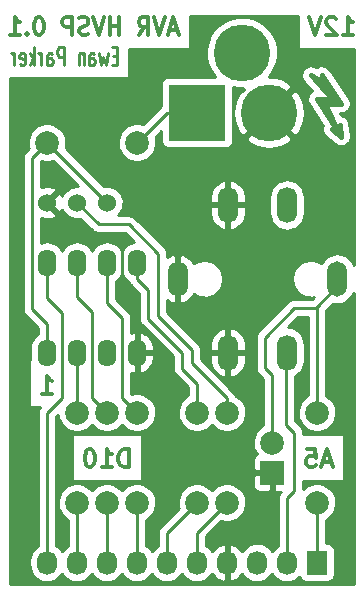
<source format=gbr>
G04 #@! TF.FileFunction,Copper,L2,Bot,Signal*
%FSLAX46Y46*%
G04 Gerber Fmt 4.6, Leading zero omitted, Abs format (unit mm)*
G04 Created by KiCad (PCBNEW 4.0.2+dfsg1-stable) date Thu 08 Aug 2019 19:13:25 BST*
%MOMM*%
G01*
G04 APERTURE LIST*
%ADD10C,0.100000*%
%ADD11C,0.250000*%
%ADD12C,0.300000*%
%ADD13C,0.381000*%
%ADD14O,1.600000X2.300000*%
%ADD15C,1.524000*%
%ADD16C,4.800600*%
%ADD17R,4.800600X4.800600*%
%ADD18C,1.998980*%
%ADD19R,1.727200X2.032000*%
%ADD20O,1.727200X2.032000*%
%ADD21O,1.727200X3.048000*%
%ADD22O,1.700000X3.000000*%
%ADD23R,2.000000X2.000000*%
%ADD24C,2.000000*%
%ADD25C,0.254000*%
G04 APERTURE END LIST*
D10*
D11*
X145652572Y-89173857D02*
X145319238Y-89173857D01*
X145176381Y-89959571D02*
X145652572Y-89959571D01*
X145652572Y-88459571D01*
X145176381Y-88459571D01*
X144843048Y-88959571D02*
X144652572Y-89959571D01*
X144462095Y-89245286D01*
X144271619Y-89959571D01*
X144081143Y-88959571D01*
X143271619Y-89959571D02*
X143271619Y-89173857D01*
X143319238Y-89031000D01*
X143414476Y-88959571D01*
X143604953Y-88959571D01*
X143700191Y-89031000D01*
X143271619Y-89888143D02*
X143366857Y-89959571D01*
X143604953Y-89959571D01*
X143700191Y-89888143D01*
X143747810Y-89745286D01*
X143747810Y-89602429D01*
X143700191Y-89459571D01*
X143604953Y-89388143D01*
X143366857Y-89388143D01*
X143271619Y-89316714D01*
X142795429Y-88959571D02*
X142795429Y-89959571D01*
X142795429Y-89102429D02*
X142747810Y-89031000D01*
X142652572Y-88959571D01*
X142509714Y-88959571D01*
X142414476Y-89031000D01*
X142366857Y-89173857D01*
X142366857Y-89959571D01*
X141128762Y-89959571D02*
X141128762Y-88459571D01*
X140747809Y-88459571D01*
X140652571Y-88531000D01*
X140604952Y-88602429D01*
X140557333Y-88745286D01*
X140557333Y-88959571D01*
X140604952Y-89102429D01*
X140652571Y-89173857D01*
X140747809Y-89245286D01*
X141128762Y-89245286D01*
X139700190Y-89959571D02*
X139700190Y-89173857D01*
X139747809Y-89031000D01*
X139843047Y-88959571D01*
X140033524Y-88959571D01*
X140128762Y-89031000D01*
X139700190Y-89888143D02*
X139795428Y-89959571D01*
X140033524Y-89959571D01*
X140128762Y-89888143D01*
X140176381Y-89745286D01*
X140176381Y-89602429D01*
X140128762Y-89459571D01*
X140033524Y-89388143D01*
X139795428Y-89388143D01*
X139700190Y-89316714D01*
X139224000Y-89959571D02*
X139224000Y-88959571D01*
X139224000Y-89245286D02*
X139176381Y-89102429D01*
X139128762Y-89031000D01*
X139033524Y-88959571D01*
X138938285Y-88959571D01*
X138604952Y-89959571D02*
X138604952Y-88459571D01*
X138509714Y-89388143D02*
X138223999Y-89959571D01*
X138223999Y-88959571D02*
X138604952Y-89531000D01*
X137414475Y-89888143D02*
X137509713Y-89959571D01*
X137700190Y-89959571D01*
X137795428Y-89888143D01*
X137843047Y-89745286D01*
X137843047Y-89173857D01*
X137795428Y-89031000D01*
X137700190Y-88959571D01*
X137509713Y-88959571D01*
X137414475Y-89031000D01*
X137366856Y-89173857D01*
X137366856Y-89316714D01*
X137843047Y-89459571D01*
X136938285Y-89959571D02*
X136938285Y-88959571D01*
X136938285Y-89245286D02*
X136890666Y-89102429D01*
X136843047Y-89031000D01*
X136747809Y-88959571D01*
X136652570Y-88959571D01*
D12*
X150736333Y-86991000D02*
X150069667Y-86991000D01*
X150869667Y-87419571D02*
X150403000Y-85919571D01*
X149936333Y-87419571D01*
X149669667Y-85919571D02*
X149203000Y-87419571D01*
X148736333Y-85919571D01*
X147469667Y-87419571D02*
X147936333Y-86705286D01*
X148269667Y-87419571D02*
X148269667Y-85919571D01*
X147736333Y-85919571D01*
X147603000Y-85991000D01*
X147536333Y-86062429D01*
X147469667Y-86205286D01*
X147469667Y-86419571D01*
X147536333Y-86562429D01*
X147603000Y-86633857D01*
X147736333Y-86705286D01*
X148269667Y-86705286D01*
X145803000Y-87419571D02*
X145803000Y-85919571D01*
X145803000Y-86633857D02*
X145003000Y-86633857D01*
X145003000Y-87419571D02*
X145003000Y-85919571D01*
X144536333Y-85919571D02*
X144069666Y-87419571D01*
X143602999Y-85919571D01*
X143202999Y-87348143D02*
X143002999Y-87419571D01*
X142669666Y-87419571D01*
X142536333Y-87348143D01*
X142469666Y-87276714D01*
X142402999Y-87133857D01*
X142402999Y-86991000D01*
X142469666Y-86848143D01*
X142536333Y-86776714D01*
X142669666Y-86705286D01*
X142936333Y-86633857D01*
X143069666Y-86562429D01*
X143136333Y-86491000D01*
X143202999Y-86348143D01*
X143202999Y-86205286D01*
X143136333Y-86062429D01*
X143069666Y-85991000D01*
X142936333Y-85919571D01*
X142602999Y-85919571D01*
X142402999Y-85991000D01*
X141803000Y-87419571D02*
X141803000Y-85919571D01*
X141269666Y-85919571D01*
X141136333Y-85991000D01*
X141069666Y-86062429D01*
X141003000Y-86205286D01*
X141003000Y-86419571D01*
X141069666Y-86562429D01*
X141136333Y-86633857D01*
X141269666Y-86705286D01*
X141803000Y-86705286D01*
X139069666Y-85919571D02*
X138936333Y-85919571D01*
X138802999Y-85991000D01*
X138736333Y-86062429D01*
X138669666Y-86205286D01*
X138602999Y-86491000D01*
X138602999Y-86848143D01*
X138669666Y-87133857D01*
X138736333Y-87276714D01*
X138802999Y-87348143D01*
X138936333Y-87419571D01*
X139069666Y-87419571D01*
X139202999Y-87348143D01*
X139269666Y-87276714D01*
X139336333Y-87133857D01*
X139402999Y-86848143D01*
X139402999Y-86491000D01*
X139336333Y-86205286D01*
X139269666Y-86062429D01*
X139202999Y-85991000D01*
X139069666Y-85919571D01*
X138003000Y-87276714D02*
X137936333Y-87348143D01*
X138003000Y-87419571D01*
X138069666Y-87348143D01*
X138003000Y-87276714D01*
X138003000Y-87419571D01*
X136602999Y-87419571D02*
X137402999Y-87419571D01*
X137002999Y-87419571D02*
X137002999Y-85919571D01*
X137136333Y-86133857D01*
X137269666Y-86276714D01*
X137402999Y-86348143D01*
X164758571Y-87419571D02*
X165615714Y-87419571D01*
X165187142Y-87419571D02*
X165187142Y-85919571D01*
X165329999Y-86133857D01*
X165472857Y-86276714D01*
X165615714Y-86348143D01*
X164187143Y-86062429D02*
X164115714Y-85991000D01*
X163972857Y-85919571D01*
X163615714Y-85919571D01*
X163472857Y-85991000D01*
X163401428Y-86062429D01*
X163330000Y-86205286D01*
X163330000Y-86348143D01*
X163401428Y-86562429D01*
X164258571Y-87419571D01*
X163330000Y-87419571D01*
X162901429Y-85919571D02*
X162401429Y-87419571D01*
X161901429Y-85919571D01*
X139271428Y-117772571D02*
X140128571Y-117772571D01*
X139699999Y-117772571D02*
X139699999Y-116272571D01*
X139842856Y-116486857D01*
X139985714Y-116629714D01*
X140128571Y-116701143D01*
X163758428Y-123567000D02*
X163044142Y-123567000D01*
X163901285Y-123995571D02*
X163401285Y-122495571D01*
X162901285Y-123995571D01*
X161686999Y-122495571D02*
X162401285Y-122495571D01*
X162472714Y-123209857D01*
X162401285Y-123138429D01*
X162258428Y-123067000D01*
X161901285Y-123067000D01*
X161758428Y-123138429D01*
X161686999Y-123209857D01*
X161615571Y-123352714D01*
X161615571Y-123709857D01*
X161686999Y-123852714D01*
X161758428Y-123924143D01*
X161901285Y-123995571D01*
X162258428Y-123995571D01*
X162401285Y-123924143D01*
X162472714Y-123852714D01*
X146601428Y-123995571D02*
X146601428Y-122495571D01*
X146244285Y-122495571D01*
X146030000Y-122567000D01*
X145887142Y-122709857D01*
X145815714Y-122852714D01*
X145744285Y-123138429D01*
X145744285Y-123352714D01*
X145815714Y-123638429D01*
X145887142Y-123781286D01*
X146030000Y-123924143D01*
X146244285Y-123995571D01*
X146601428Y-123995571D01*
X144315714Y-123995571D02*
X145172857Y-123995571D01*
X144744285Y-123995571D02*
X144744285Y-122495571D01*
X144887142Y-122709857D01*
X145030000Y-122852714D01*
X145172857Y-122924143D01*
X143387143Y-122495571D02*
X143244286Y-122495571D01*
X143101429Y-122567000D01*
X143030000Y-122638429D01*
X142958571Y-122781286D01*
X142887143Y-123067000D01*
X142887143Y-123424143D01*
X142958571Y-123709857D01*
X143030000Y-123852714D01*
X143101429Y-123924143D01*
X143244286Y-123995571D01*
X143387143Y-123995571D01*
X143530000Y-123924143D01*
X143601429Y-123852714D01*
X143672857Y-123709857D01*
X143744286Y-123424143D01*
X143744286Y-123067000D01*
X143672857Y-122781286D01*
X143601429Y-122638429D01*
X143530000Y-122567000D01*
X143387143Y-122495571D01*
D13*
X162814000Y-91186000D02*
X164211000Y-93091000D01*
X164211000Y-93091000D02*
X162941000Y-93091000D01*
X164465000Y-94996000D02*
X164592000Y-96012000D01*
X164592000Y-96012000D02*
X163830000Y-95377000D01*
X163830000Y-95377000D02*
X164338000Y-95631000D01*
X164338000Y-95631000D02*
X162560000Y-92837000D01*
X162560000Y-92837000D02*
X163830000Y-92837000D01*
X163830000Y-92837000D02*
X162052000Y-90805000D01*
X162052000Y-90805000D02*
X162814000Y-91313000D01*
X162814000Y-91313000D02*
X162941000Y-90805000D01*
X163068000Y-90932000D02*
X164592000Y-93218000D01*
X164592000Y-93218000D02*
X163195000Y-93218000D01*
X163195000Y-93218000D02*
X164338000Y-95504000D01*
X164338000Y-95504000D02*
X164465000Y-94996000D01*
D14*
X139700000Y-114300000D03*
X142240000Y-114300000D03*
X144780000Y-114300000D03*
X147320000Y-114300000D03*
X147320000Y-106680000D03*
X144780000Y-106680000D03*
X142240000Y-106680000D03*
X139700000Y-106680000D03*
D15*
X142240000Y-101600000D03*
X144780000Y-101600000D03*
X139700000Y-101600000D03*
D16*
X158496000Y-93980000D03*
D17*
X152400000Y-93980000D03*
D16*
X156210000Y-88900000D03*
D18*
X154940000Y-119380000D03*
X154940000Y-127000000D03*
X152400000Y-119380000D03*
X152400000Y-127000000D03*
X147320000Y-119380000D03*
X147320000Y-127000000D03*
X144780000Y-119380000D03*
X144780000Y-127000000D03*
X142240000Y-119380000D03*
X142240000Y-127000000D03*
X139700000Y-96520000D03*
X147320000Y-96520000D03*
X162560000Y-127000000D03*
X162560000Y-119380000D03*
D19*
X162560000Y-132080000D03*
D20*
X160020000Y-132080000D03*
X157480000Y-132080000D03*
X154940000Y-132080000D03*
X152400000Y-132080000D03*
X149860000Y-132080000D03*
X147320000Y-132080000D03*
X144780000Y-132080000D03*
X142240000Y-132080000D03*
X139700000Y-132080000D03*
D21*
X160020000Y-114300000D03*
X155020000Y-114300000D03*
X160020000Y-101800000D03*
X155020000Y-101800000D03*
D22*
X164270000Y-108050000D03*
X150770000Y-108050000D03*
D23*
X158750000Y-124460000D03*
D24*
X158750000Y-121920000D03*
D11*
X149860000Y-93980000D02*
X152400000Y-93980000D01*
X147320000Y-96520000D02*
X149860000Y-93980000D01*
X139700000Y-101600000D02*
X142399690Y-104299690D01*
X142399690Y-104299690D02*
X144939690Y-104299690D01*
X144939690Y-104299690D02*
X146050008Y-105410008D01*
X146050008Y-105410008D02*
X146050008Y-109220008D01*
X146050008Y-109220008D02*
X147320000Y-110490000D01*
X147320000Y-110490000D02*
X147320000Y-112900000D01*
X147320000Y-112900000D02*
X147320000Y-114300000D01*
X159940000Y-120399264D02*
X159940000Y-114300000D01*
X160624325Y-121083589D02*
X159940000Y-120399264D01*
X160624325Y-126018921D02*
X160624325Y-121083589D01*
X160020000Y-126623246D02*
X160624325Y-126018921D01*
X160020000Y-132080000D02*
X160020000Y-126623246D01*
X138401623Y-110571578D02*
X138401623Y-97818377D01*
X138401623Y-97818377D02*
X139700000Y-96520000D01*
X144780000Y-101600000D02*
X139700000Y-96520000D01*
X139700000Y-114300000D02*
X139700000Y-111869955D01*
X139700000Y-111869955D02*
X138401623Y-110571578D01*
X142240000Y-119380000D02*
X142240000Y-114300000D01*
X152400000Y-119380000D02*
X152400000Y-116929776D01*
X152400000Y-116929776D02*
X151133642Y-115663418D01*
X151133642Y-115663418D02*
X151133642Y-114315590D01*
X151133642Y-114315590D02*
X148271455Y-111453403D01*
X148271455Y-111453403D02*
X148271455Y-109031455D01*
X148271455Y-109031455D02*
X147320000Y-108080000D01*
X147320000Y-108080000D02*
X147320000Y-106680000D01*
X147320000Y-119380000D02*
X146048449Y-118108449D01*
X146048449Y-118108449D02*
X146048449Y-111354771D01*
X146048449Y-111354771D02*
X144780000Y-110086322D01*
X144780000Y-110086322D02*
X144780000Y-106680000D01*
X144780000Y-119380000D02*
X143510000Y-118110000D01*
X143510000Y-118110000D02*
X143510000Y-110891212D01*
X143510000Y-110891212D02*
X142240000Y-109621212D01*
X142240000Y-109621212D02*
X142240000Y-106680000D01*
X139700000Y-132080000D02*
X139700000Y-119382151D01*
X139700000Y-119382151D02*
X140973347Y-118108804D01*
X140973347Y-118108804D02*
X140973347Y-110966601D01*
X140973347Y-110966601D02*
X139700000Y-109693254D01*
X139700000Y-109693254D02*
X139700000Y-106680000D01*
X142240000Y-132080000D02*
X142240000Y-127000000D01*
X144780000Y-132080000D02*
X144780000Y-127000000D01*
X147320000Y-132080000D02*
X147320000Y-127000000D01*
X149860000Y-132080000D02*
X149860000Y-129540000D01*
X149860000Y-129540000D02*
X152400000Y-127000000D01*
X152400000Y-132080000D02*
X152400000Y-129540000D01*
X152400000Y-129540000D02*
X154940000Y-127000000D01*
X162560000Y-132080000D02*
X162560000Y-127000000D01*
X154940000Y-119380000D02*
X154940000Y-118166358D01*
X154940000Y-118166358D02*
X151964139Y-115190497D01*
X151964139Y-115190497D02*
X151964139Y-114045855D01*
X151964139Y-114045855D02*
X149113971Y-111195687D01*
X149113971Y-105933971D02*
X146599328Y-103419328D01*
X149113971Y-111195687D02*
X149113971Y-105933971D01*
X146599328Y-103419328D02*
X144059328Y-103419328D01*
X144059328Y-103419328D02*
X142240000Y-101600000D01*
X162468089Y-110501911D02*
X162560000Y-110410000D01*
X158115000Y-113030000D02*
X160643089Y-110501911D01*
X160643089Y-110501911D02*
X162468089Y-110501911D01*
X158115000Y-115570000D02*
X158115000Y-113030000D01*
X158750000Y-116205000D02*
X158115000Y-115570000D01*
X158750000Y-121920000D02*
X158750000Y-116205000D01*
X162560000Y-110410000D02*
X164270000Y-108700000D01*
X162560000Y-119380000D02*
X162560000Y-110410000D01*
X164270000Y-108700000D02*
X164270000Y-108050000D01*
X164197005Y-108057005D02*
X164190000Y-108050000D01*
X164197005Y-109015360D02*
X164197005Y-108057005D01*
D25*
G36*
X160973572Y-88576000D02*
X165660000Y-88576000D01*
X165660000Y-106880249D01*
X165642951Y-106823780D01*
X165506888Y-106567884D01*
X165323713Y-106343288D01*
X165100401Y-106158549D01*
X164845461Y-106020703D01*
X164568601Y-105935001D01*
X164280367Y-105904706D01*
X163991739Y-105930973D01*
X163713709Y-106012802D01*
X163456869Y-106147075D01*
X163231000Y-106328678D01*
X163044706Y-106550694D01*
X162932999Y-106753888D01*
X162777512Y-106649011D01*
X162490965Y-106528558D01*
X162186479Y-106466056D01*
X161875652Y-106463886D01*
X161570324Y-106522130D01*
X161282123Y-106638571D01*
X161022028Y-106808773D01*
X160799945Y-107026252D01*
X160624334Y-107282726D01*
X160501883Y-107568425D01*
X160437257Y-107872467D01*
X160432917Y-108183271D01*
X160489028Y-108488999D01*
X160603454Y-108778006D01*
X160771836Y-109039283D01*
X160987760Y-109262878D01*
X161243001Y-109440276D01*
X161527838Y-109564718D01*
X161831422Y-109631465D01*
X162142188Y-109637975D01*
X162281849Y-109613349D01*
X162153287Y-109741911D01*
X160643089Y-109741911D01*
X160573208Y-109748763D01*
X160503286Y-109754880D01*
X160499448Y-109755995D01*
X160495471Y-109756385D01*
X160428301Y-109776665D01*
X160360850Y-109796261D01*
X160357299Y-109798102D01*
X160353476Y-109799256D01*
X160291515Y-109832201D01*
X160229164Y-109864521D01*
X160226041Y-109867014D01*
X160222511Y-109868891D01*
X160168102Y-109913266D01*
X160113243Y-109957059D01*
X160107683Y-109962542D01*
X160107567Y-109962637D01*
X160107478Y-109962745D01*
X160105688Y-109964510D01*
X157577599Y-112492599D01*
X157533032Y-112546855D01*
X157487914Y-112600625D01*
X157485989Y-112604126D01*
X157483452Y-112607215D01*
X157450287Y-112669067D01*
X157416457Y-112730604D01*
X157415248Y-112734416D01*
X157413361Y-112737935D01*
X157392848Y-112805031D01*
X157371608Y-112871987D01*
X157371162Y-112875959D01*
X157369994Y-112879781D01*
X157362897Y-112949649D01*
X157355074Y-113019389D01*
X157355020Y-113027194D01*
X157355004Y-113027347D01*
X157355018Y-113027490D01*
X157355000Y-113030000D01*
X157355000Y-115570000D01*
X157361851Y-115639877D01*
X157367969Y-115709803D01*
X157369084Y-115713641D01*
X157369474Y-115717618D01*
X157389764Y-115784821D01*
X157409351Y-115852240D01*
X157411190Y-115855788D01*
X157412345Y-115859613D01*
X157445299Y-115921591D01*
X157477610Y-115983925D01*
X157480103Y-115987048D01*
X157481980Y-115990578D01*
X157526355Y-116044987D01*
X157570148Y-116099846D01*
X157575631Y-116105406D01*
X157575726Y-116105522D01*
X157575834Y-116105611D01*
X157577599Y-116107401D01*
X157990000Y-116519802D01*
X157990000Y-120463580D01*
X157988846Y-120464046D01*
X157720546Y-120639617D01*
X157491457Y-120863957D01*
X157310306Y-121128522D01*
X157183993Y-121423233D01*
X157117328Y-121736866D01*
X157112851Y-122057475D01*
X157170733Y-122372848D01*
X157288768Y-122670971D01*
X157439004Y-122904093D01*
X157345211Y-122966763D01*
X157256763Y-123055211D01*
X157187270Y-123159215D01*
X157139403Y-123274777D01*
X157115000Y-123397458D01*
X157115000Y-124174250D01*
X157273750Y-124333000D01*
X158623000Y-124333000D01*
X158623000Y-124313000D01*
X158877000Y-124313000D01*
X158877000Y-124333000D01*
X158897000Y-124333000D01*
X158897000Y-124587000D01*
X158877000Y-124587000D01*
X158877000Y-125936250D01*
X159035750Y-126095000D01*
X159475079Y-126095000D01*
X159438032Y-126140101D01*
X159392914Y-126193871D01*
X159390989Y-126197372D01*
X159388452Y-126200461D01*
X159355287Y-126262313D01*
X159321457Y-126323850D01*
X159320248Y-126327662D01*
X159318361Y-126331181D01*
X159297848Y-126398277D01*
X159276608Y-126465233D01*
X159276162Y-126469205D01*
X159274994Y-126473027D01*
X159267897Y-126542895D01*
X159260074Y-126612635D01*
X159260020Y-126620440D01*
X159260004Y-126620593D01*
X159260018Y-126620736D01*
X159260000Y-126623246D01*
X159260000Y-130633968D01*
X159199422Y-130665637D01*
X158971485Y-130848903D01*
X158783485Y-131072952D01*
X158750701Y-131132587D01*
X158728216Y-131090299D01*
X158543363Y-130863647D01*
X158318006Y-130677216D01*
X158060731Y-130538108D01*
X157781335Y-130451621D01*
X157490462Y-130421049D01*
X157199190Y-130447556D01*
X156918615Y-130530134D01*
X156659422Y-130665637D01*
X156431485Y-130848903D01*
X156243485Y-131072952D01*
X156209444Y-131134872D01*
X156058486Y-130928271D01*
X155842035Y-130729267D01*
X155590919Y-130576314D01*
X155314789Y-130475291D01*
X155299026Y-130472642D01*
X155067000Y-130593783D01*
X155067000Y-131953000D01*
X155087000Y-131953000D01*
X155087000Y-132207000D01*
X155067000Y-132207000D01*
X155067000Y-133566217D01*
X155299026Y-133687358D01*
X155314789Y-133684709D01*
X155590919Y-133583686D01*
X155842035Y-133430733D01*
X156058486Y-133231729D01*
X156208657Y-133026205D01*
X156231784Y-133069701D01*
X156416637Y-133296353D01*
X156641994Y-133482784D01*
X156899269Y-133621892D01*
X157178665Y-133708379D01*
X157469538Y-133738951D01*
X157760810Y-133712444D01*
X158041385Y-133629866D01*
X158300578Y-133494363D01*
X158528515Y-133311097D01*
X158716515Y-133087048D01*
X158749299Y-133027413D01*
X158771784Y-133069701D01*
X158956637Y-133296353D01*
X159181994Y-133482784D01*
X159439269Y-133621892D01*
X159718665Y-133708379D01*
X160009538Y-133738951D01*
X160300810Y-133712444D01*
X160581385Y-133629866D01*
X160840578Y-133494363D01*
X161068515Y-133311097D01*
X161092745Y-133282220D01*
X161119506Y-133368634D01*
X161218300Y-133518559D01*
X161354950Y-133635025D01*
X161518637Y-133708810D01*
X161696400Y-133734072D01*
X163423600Y-133734072D01*
X163524721Y-133726008D01*
X163696234Y-133672894D01*
X163846159Y-133574100D01*
X163962625Y-133437450D01*
X164036410Y-133273763D01*
X164061672Y-133096000D01*
X164061672Y-131064000D01*
X164053608Y-130962879D01*
X164000494Y-130791366D01*
X163901700Y-130641441D01*
X163765050Y-130524975D01*
X163601363Y-130451190D01*
X163423600Y-130425928D01*
X163320000Y-130425928D01*
X163320000Y-128453620D01*
X163571162Y-128294228D01*
X163803288Y-128073177D01*
X163988058Y-127811250D01*
X164118433Y-127518422D01*
X164189448Y-127205847D01*
X164194560Y-126839730D01*
X164132301Y-126525294D01*
X164010152Y-126228940D01*
X163832768Y-125961956D01*
X163606905Y-125734510D01*
X163341165Y-125555266D01*
X163045671Y-125431052D01*
X162731677Y-125366598D01*
X162411145Y-125364360D01*
X162096283Y-125424424D01*
X161799083Y-125544500D01*
X161530867Y-125720016D01*
X161384325Y-125863520D01*
X161384325Y-125152000D01*
X164829143Y-125152000D01*
X164829143Y-121182000D01*
X161384325Y-121182000D01*
X161384325Y-121083589D01*
X161377473Y-121013708D01*
X161371356Y-120943786D01*
X161370241Y-120939948D01*
X161369851Y-120935971D01*
X161349571Y-120868801D01*
X161329975Y-120801350D01*
X161328134Y-120797799D01*
X161326980Y-120793976D01*
X161294035Y-120732015D01*
X161261715Y-120669664D01*
X161259222Y-120666541D01*
X161257345Y-120663011D01*
X161212970Y-120608602D01*
X161169177Y-120553743D01*
X161163694Y-120548183D01*
X161163599Y-120548067D01*
X161163491Y-120547978D01*
X161161726Y-120546188D01*
X160700000Y-120084462D01*
X160700000Y-116298313D01*
X160840578Y-116224821D01*
X161068515Y-116041555D01*
X161256515Y-115817506D01*
X161397416Y-115561207D01*
X161485852Y-115282422D01*
X161518454Y-114991770D01*
X161518600Y-114970846D01*
X161518600Y-113629154D01*
X161490059Y-113338074D01*
X161405525Y-113058082D01*
X161268216Y-112799841D01*
X161083363Y-112573189D01*
X160858006Y-112386758D01*
X160600731Y-112247650D01*
X160321335Y-112161163D01*
X160083623Y-112136179D01*
X160957891Y-111261911D01*
X161800000Y-111261911D01*
X161800000Y-117924130D01*
X161799083Y-117924500D01*
X161530867Y-118100016D01*
X161301849Y-118324286D01*
X161120755Y-118588768D01*
X160994481Y-118883388D01*
X160927837Y-119196924D01*
X160923361Y-119517432D01*
X160981225Y-119832707D01*
X161099223Y-120130737D01*
X161272863Y-120400172D01*
X161495529Y-120630750D01*
X161758740Y-120813686D01*
X162052471Y-120942014D01*
X162365533Y-121010846D01*
X162686003Y-121017558D01*
X163001674Y-120961897D01*
X163300521Y-120845982D01*
X163571162Y-120674228D01*
X163803288Y-120453177D01*
X163988058Y-120191250D01*
X164118433Y-119898422D01*
X164189448Y-119585847D01*
X164194560Y-119219730D01*
X164132301Y-118905294D01*
X164010152Y-118608940D01*
X163832768Y-118341956D01*
X163606905Y-118114510D01*
X163341165Y-117935266D01*
X163320000Y-117926369D01*
X163320000Y-110724802D01*
X163901454Y-110143348D01*
X163971399Y-110164999D01*
X164259633Y-110195294D01*
X164548261Y-110169027D01*
X164826291Y-110087198D01*
X165083131Y-109952925D01*
X165309000Y-109771322D01*
X165495294Y-109549306D01*
X165634916Y-109295334D01*
X165660000Y-109216259D01*
X165660000Y-133910000D01*
X136600000Y-133910000D01*
X136600000Y-97818377D01*
X137641623Y-97818377D01*
X137641623Y-110571578D01*
X137648474Y-110641455D01*
X137654592Y-110711381D01*
X137655707Y-110715219D01*
X137656097Y-110719196D01*
X137676387Y-110786399D01*
X137695974Y-110853818D01*
X137697813Y-110857366D01*
X137698968Y-110861191D01*
X137731922Y-110923169D01*
X137764233Y-110985503D01*
X137766726Y-110988626D01*
X137768603Y-110992156D01*
X137812978Y-111046565D01*
X137856771Y-111101424D01*
X137862254Y-111106984D01*
X137862349Y-111107100D01*
X137862457Y-111107189D01*
X137864222Y-111108979D01*
X138940000Y-112184757D01*
X138940000Y-112727143D01*
X138914247Y-112740606D01*
X138695983Y-112916095D01*
X138515962Y-113130635D01*
X138381041Y-113376056D01*
X138296358Y-113643010D01*
X138265140Y-113921327D01*
X138265000Y-113941363D01*
X138265000Y-114658637D01*
X138292329Y-114937363D01*
X138298862Y-114959000D01*
X138200715Y-114959000D01*
X138200715Y-118929000D01*
X139092864Y-118929000D01*
X139072914Y-118952776D01*
X139070989Y-118956277D01*
X139068452Y-118959366D01*
X139035287Y-119021218D01*
X139001457Y-119082755D01*
X139000248Y-119086567D01*
X138998361Y-119090086D01*
X138977848Y-119157182D01*
X138956608Y-119224138D01*
X138956162Y-119228110D01*
X138954994Y-119231932D01*
X138947897Y-119301800D01*
X138940074Y-119371540D01*
X138940020Y-119379345D01*
X138940004Y-119379498D01*
X138940018Y-119379641D01*
X138940000Y-119382151D01*
X138940000Y-130633968D01*
X138879422Y-130665637D01*
X138651485Y-130848903D01*
X138463485Y-131072952D01*
X138322584Y-131329251D01*
X138234148Y-131608036D01*
X138201546Y-131898688D01*
X138201400Y-131919612D01*
X138201400Y-132240388D01*
X138229941Y-132531468D01*
X138314475Y-132811460D01*
X138451784Y-133069701D01*
X138636637Y-133296353D01*
X138861994Y-133482784D01*
X139119269Y-133621892D01*
X139398665Y-133708379D01*
X139689538Y-133738951D01*
X139980810Y-133712444D01*
X140261385Y-133629866D01*
X140520578Y-133494363D01*
X140748515Y-133311097D01*
X140936515Y-133087048D01*
X140969299Y-133027413D01*
X140991784Y-133069701D01*
X141176637Y-133296353D01*
X141401994Y-133482784D01*
X141659269Y-133621892D01*
X141938665Y-133708379D01*
X142229538Y-133738951D01*
X142520810Y-133712444D01*
X142801385Y-133629866D01*
X143060578Y-133494363D01*
X143288515Y-133311097D01*
X143476515Y-133087048D01*
X143509299Y-133027413D01*
X143531784Y-133069701D01*
X143716637Y-133296353D01*
X143941994Y-133482784D01*
X144199269Y-133621892D01*
X144478665Y-133708379D01*
X144769538Y-133738951D01*
X145060810Y-133712444D01*
X145341385Y-133629866D01*
X145600578Y-133494363D01*
X145828515Y-133311097D01*
X146016515Y-133087048D01*
X146049299Y-133027413D01*
X146071784Y-133069701D01*
X146256637Y-133296353D01*
X146481994Y-133482784D01*
X146739269Y-133621892D01*
X147018665Y-133708379D01*
X147309538Y-133738951D01*
X147600810Y-133712444D01*
X147881385Y-133629866D01*
X148140578Y-133494363D01*
X148368515Y-133311097D01*
X148556515Y-133087048D01*
X148589299Y-133027413D01*
X148611784Y-133069701D01*
X148796637Y-133296353D01*
X149021994Y-133482784D01*
X149279269Y-133621892D01*
X149558665Y-133708379D01*
X149849538Y-133738951D01*
X150140810Y-133712444D01*
X150421385Y-133629866D01*
X150680578Y-133494363D01*
X150908515Y-133311097D01*
X151096515Y-133087048D01*
X151129299Y-133027413D01*
X151151784Y-133069701D01*
X151336637Y-133296353D01*
X151561994Y-133482784D01*
X151819269Y-133621892D01*
X152098665Y-133708379D01*
X152389538Y-133738951D01*
X152680810Y-133712444D01*
X152961385Y-133629866D01*
X153220578Y-133494363D01*
X153448515Y-133311097D01*
X153636515Y-133087048D01*
X153670556Y-133025128D01*
X153821514Y-133231729D01*
X154037965Y-133430733D01*
X154289081Y-133583686D01*
X154565211Y-133684709D01*
X154580974Y-133687358D01*
X154813000Y-133566217D01*
X154813000Y-132207000D01*
X154793000Y-132207000D01*
X154793000Y-131953000D01*
X154813000Y-131953000D01*
X154813000Y-130593783D01*
X154580974Y-130472642D01*
X154565211Y-130475291D01*
X154289081Y-130576314D01*
X154037965Y-130729267D01*
X153821514Y-130928271D01*
X153671343Y-131133795D01*
X153648216Y-131090299D01*
X153463363Y-130863647D01*
X153238006Y-130677216D01*
X153160000Y-130635038D01*
X153160000Y-129854802D01*
X154449126Y-128565676D01*
X154745533Y-128630846D01*
X155066003Y-128637558D01*
X155381674Y-128581897D01*
X155680521Y-128465982D01*
X155951162Y-128294228D01*
X156183288Y-128073177D01*
X156368058Y-127811250D01*
X156498433Y-127518422D01*
X156569448Y-127205847D01*
X156574560Y-126839730D01*
X156512301Y-126525294D01*
X156390152Y-126228940D01*
X156212768Y-125961956D01*
X155986905Y-125734510D01*
X155721165Y-125555266D01*
X155425671Y-125431052D01*
X155111677Y-125366598D01*
X154791145Y-125364360D01*
X154476283Y-125424424D01*
X154179083Y-125544500D01*
X153910867Y-125720016D01*
X153681849Y-125944286D01*
X153670982Y-125960157D01*
X153446905Y-125734510D01*
X153181165Y-125555266D01*
X152885671Y-125431052D01*
X152571677Y-125366598D01*
X152251145Y-125364360D01*
X151936283Y-125424424D01*
X151639083Y-125544500D01*
X151370867Y-125720016D01*
X151141849Y-125944286D01*
X150960755Y-126208768D01*
X150834481Y-126503388D01*
X150767837Y-126816924D01*
X150763361Y-127137432D01*
X150821225Y-127452707D01*
X150835766Y-127489432D01*
X149322599Y-129002599D01*
X149278032Y-129056855D01*
X149232914Y-129110625D01*
X149230989Y-129114126D01*
X149228452Y-129117215D01*
X149195287Y-129179067D01*
X149161457Y-129240604D01*
X149160248Y-129244416D01*
X149158361Y-129247935D01*
X149137848Y-129315031D01*
X149116608Y-129381987D01*
X149116162Y-129385959D01*
X149114994Y-129389781D01*
X149107897Y-129459649D01*
X149100074Y-129529389D01*
X149100020Y-129537194D01*
X149100004Y-129537347D01*
X149100018Y-129537490D01*
X149100000Y-129540000D01*
X149100000Y-130633968D01*
X149039422Y-130665637D01*
X148811485Y-130848903D01*
X148623485Y-131072952D01*
X148590701Y-131132587D01*
X148568216Y-131090299D01*
X148383363Y-130863647D01*
X148158006Y-130677216D01*
X148080000Y-130635038D01*
X148080000Y-128453620D01*
X148331162Y-128294228D01*
X148563288Y-128073177D01*
X148748058Y-127811250D01*
X148878433Y-127518422D01*
X148949448Y-127205847D01*
X148954560Y-126839730D01*
X148892301Y-126525294D01*
X148770152Y-126228940D01*
X148592768Y-125961956D01*
X148366905Y-125734510D01*
X148101165Y-125555266D01*
X147805671Y-125431052D01*
X147491677Y-125366598D01*
X147171145Y-125364360D01*
X146856283Y-125424424D01*
X146559083Y-125544500D01*
X146290867Y-125720016D01*
X146061849Y-125944286D01*
X146050982Y-125960157D01*
X145826905Y-125734510D01*
X145561165Y-125555266D01*
X145265671Y-125431052D01*
X144951677Y-125366598D01*
X144631145Y-125364360D01*
X144316283Y-125424424D01*
X144019083Y-125544500D01*
X143750867Y-125720016D01*
X143521849Y-125944286D01*
X143510982Y-125960157D01*
X143286905Y-125734510D01*
X143021165Y-125555266D01*
X142725671Y-125431052D01*
X142411677Y-125366598D01*
X142091145Y-125364360D01*
X141776283Y-125424424D01*
X141479083Y-125544500D01*
X141210867Y-125720016D01*
X140981849Y-125944286D01*
X140800755Y-126208768D01*
X140674481Y-126503388D01*
X140607837Y-126816924D01*
X140603361Y-127137432D01*
X140661225Y-127452707D01*
X140779223Y-127750737D01*
X140952863Y-128020172D01*
X141175529Y-128250750D01*
X141438740Y-128433686D01*
X141480000Y-128451712D01*
X141480000Y-130633968D01*
X141419422Y-130665637D01*
X141191485Y-130848903D01*
X141003485Y-131072952D01*
X140970701Y-131132587D01*
X140948216Y-131090299D01*
X140763363Y-130863647D01*
X140538006Y-130677216D01*
X140460000Y-130635038D01*
X140460000Y-121182000D01*
X141816429Y-121182000D01*
X141816429Y-125152000D01*
X147743571Y-125152000D01*
X147743571Y-124745750D01*
X157115000Y-124745750D01*
X157115000Y-125522542D01*
X157139403Y-125645223D01*
X157187270Y-125760785D01*
X157256763Y-125864789D01*
X157345211Y-125953237D01*
X157449215Y-126022730D01*
X157564777Y-126070597D01*
X157687458Y-126095000D01*
X158464250Y-126095000D01*
X158623000Y-125936250D01*
X158623000Y-124587000D01*
X157273750Y-124587000D01*
X157115000Y-124745750D01*
X147743571Y-124745750D01*
X147743571Y-121182000D01*
X141816429Y-121182000D01*
X140460000Y-121182000D01*
X140460000Y-119696953D01*
X140608968Y-119547985D01*
X140661225Y-119832707D01*
X140779223Y-120130737D01*
X140952863Y-120400172D01*
X141175529Y-120630750D01*
X141438740Y-120813686D01*
X141732471Y-120942014D01*
X142045533Y-121010846D01*
X142366003Y-121017558D01*
X142681674Y-120961897D01*
X142980521Y-120845982D01*
X143251162Y-120674228D01*
X143483288Y-120453177D01*
X143508937Y-120416817D01*
X143715529Y-120630750D01*
X143978740Y-120813686D01*
X144272471Y-120942014D01*
X144585533Y-121010846D01*
X144906003Y-121017558D01*
X145221674Y-120961897D01*
X145520521Y-120845982D01*
X145791162Y-120674228D01*
X146023288Y-120453177D01*
X146048937Y-120416817D01*
X146255529Y-120630750D01*
X146518740Y-120813686D01*
X146812471Y-120942014D01*
X147125533Y-121010846D01*
X147446003Y-121017558D01*
X147761674Y-120961897D01*
X148060521Y-120845982D01*
X148331162Y-120674228D01*
X148563288Y-120453177D01*
X148748058Y-120191250D01*
X148878433Y-119898422D01*
X148949448Y-119585847D01*
X148954560Y-119219730D01*
X148892301Y-118905294D01*
X148770152Y-118608940D01*
X148592768Y-118341956D01*
X148366905Y-118114510D01*
X148101165Y-117935266D01*
X147805671Y-117811052D01*
X147491677Y-117746598D01*
X147171145Y-117744360D01*
X146856283Y-117804424D01*
X146829890Y-117815088D01*
X146808449Y-117793647D01*
X146808449Y-115990411D01*
X146888182Y-116024367D01*
X146970961Y-116041904D01*
X147193000Y-115919915D01*
X147193000Y-114427000D01*
X147447000Y-114427000D01*
X147447000Y-115919915D01*
X147669039Y-116041904D01*
X147751818Y-116024367D01*
X148011646Y-115913715D01*
X148244895Y-115754500D01*
X148442601Y-115552839D01*
X148597166Y-115316483D01*
X148702650Y-115054514D01*
X148755000Y-114777000D01*
X148755000Y-114427000D01*
X147447000Y-114427000D01*
X147193000Y-114427000D01*
X147173000Y-114427000D01*
X147173000Y-114173000D01*
X147193000Y-114173000D01*
X147193000Y-112680085D01*
X147447000Y-112680085D01*
X147447000Y-114173000D01*
X148755000Y-114173000D01*
X148755000Y-113823000D01*
X148702650Y-113545486D01*
X148597166Y-113283517D01*
X148442601Y-113047161D01*
X148244895Y-112845500D01*
X148011646Y-112686285D01*
X147751818Y-112575633D01*
X147669039Y-112558096D01*
X147447000Y-112680085D01*
X147193000Y-112680085D01*
X146970961Y-112558096D01*
X146888182Y-112575633D01*
X146808449Y-112609589D01*
X146808449Y-111354771D01*
X146801597Y-111284890D01*
X146795480Y-111214968D01*
X146794365Y-111211130D01*
X146793975Y-111207153D01*
X146773695Y-111139983D01*
X146754099Y-111072532D01*
X146752258Y-111068981D01*
X146751104Y-111065158D01*
X146718159Y-111003197D01*
X146685839Y-110940846D01*
X146683346Y-110937723D01*
X146681469Y-110934193D01*
X146637094Y-110879784D01*
X146593301Y-110824925D01*
X146587818Y-110819365D01*
X146587723Y-110819249D01*
X146587615Y-110819160D01*
X146585850Y-110817370D01*
X145540000Y-109771520D01*
X145540000Y-108252857D01*
X145565753Y-108239394D01*
X145784017Y-108063905D01*
X145964038Y-107849365D01*
X146050228Y-107692585D01*
X146124758Y-107832754D01*
X146301766Y-108049787D01*
X146517558Y-108228306D01*
X146585826Y-108265219D01*
X146594764Y-108294821D01*
X146614351Y-108362240D01*
X146616190Y-108365788D01*
X146617345Y-108369613D01*
X146650299Y-108431591D01*
X146682610Y-108493925D01*
X146685103Y-108497048D01*
X146686980Y-108500578D01*
X146731353Y-108554985D01*
X146775148Y-108609846D01*
X146780631Y-108615406D01*
X146780726Y-108615522D01*
X146780834Y-108615611D01*
X146782599Y-108617401D01*
X147511455Y-109346257D01*
X147511455Y-111453403D01*
X147518306Y-111523280D01*
X147524424Y-111593206D01*
X147525539Y-111597044D01*
X147525929Y-111601021D01*
X147546219Y-111668224D01*
X147565806Y-111735643D01*
X147567645Y-111739191D01*
X147568800Y-111743016D01*
X147601754Y-111804994D01*
X147634065Y-111867328D01*
X147636558Y-111870451D01*
X147638435Y-111873981D01*
X147682810Y-111928390D01*
X147726603Y-111983249D01*
X147732086Y-111988809D01*
X147732181Y-111988925D01*
X147732289Y-111989014D01*
X147734054Y-111990804D01*
X150373642Y-114630392D01*
X150373642Y-115663418D01*
X150380493Y-115733295D01*
X150386611Y-115803221D01*
X150387726Y-115807059D01*
X150388116Y-115811036D01*
X150408406Y-115878239D01*
X150427993Y-115945658D01*
X150429832Y-115949206D01*
X150430987Y-115953031D01*
X150463941Y-116015009D01*
X150496252Y-116077343D01*
X150498745Y-116080466D01*
X150500622Y-116083996D01*
X150544997Y-116138405D01*
X150588790Y-116193264D01*
X150594273Y-116198824D01*
X150594368Y-116198940D01*
X150594476Y-116199029D01*
X150596241Y-116200819D01*
X151640000Y-117244578D01*
X151640000Y-117924130D01*
X151639083Y-117924500D01*
X151370867Y-118100016D01*
X151141849Y-118324286D01*
X150960755Y-118588768D01*
X150834481Y-118883388D01*
X150767837Y-119196924D01*
X150763361Y-119517432D01*
X150821225Y-119832707D01*
X150939223Y-120130737D01*
X151112863Y-120400172D01*
X151335529Y-120630750D01*
X151598740Y-120813686D01*
X151892471Y-120942014D01*
X152205533Y-121010846D01*
X152526003Y-121017558D01*
X152841674Y-120961897D01*
X153140521Y-120845982D01*
X153411162Y-120674228D01*
X153643288Y-120453177D01*
X153668937Y-120416817D01*
X153875529Y-120630750D01*
X154138740Y-120813686D01*
X154432471Y-120942014D01*
X154745533Y-121010846D01*
X155066003Y-121017558D01*
X155381674Y-120961897D01*
X155680521Y-120845982D01*
X155951162Y-120674228D01*
X156183288Y-120453177D01*
X156368058Y-120191250D01*
X156498433Y-119898422D01*
X156569448Y-119585847D01*
X156574560Y-119219730D01*
X156512301Y-118905294D01*
X156390152Y-118608940D01*
X156212768Y-118341956D01*
X155986905Y-118114510D01*
X155721165Y-117935266D01*
X155652071Y-117906221D01*
X155645649Y-117884118D01*
X155643810Y-117880570D01*
X155642655Y-117876745D01*
X155609701Y-117814767D01*
X155577390Y-117752433D01*
X155574897Y-117749310D01*
X155573020Y-117745780D01*
X155528645Y-117691371D01*
X155484852Y-117636512D01*
X155479369Y-117630952D01*
X155479274Y-117630836D01*
X155479166Y-117630747D01*
X155477401Y-117628957D01*
X152724139Y-114875695D01*
X152724139Y-114427000D01*
X153521400Y-114427000D01*
X153521400Y-115087400D01*
X153574972Y-115377322D01*
X153684075Y-115651222D01*
X153844517Y-115898574D01*
X154050132Y-116109873D01*
X154293019Y-116276998D01*
X154563843Y-116393527D01*
X154660974Y-116415358D01*
X154893000Y-116294217D01*
X154893000Y-114427000D01*
X155147000Y-114427000D01*
X155147000Y-116294217D01*
X155379026Y-116415358D01*
X155476157Y-116393527D01*
X155746981Y-116276998D01*
X155989868Y-116109873D01*
X156195483Y-115898574D01*
X156355925Y-115651222D01*
X156465028Y-115377322D01*
X156518600Y-115087400D01*
X156518600Y-114427000D01*
X155147000Y-114427000D01*
X154893000Y-114427000D01*
X153521400Y-114427000D01*
X152724139Y-114427000D01*
X152724139Y-114045855D01*
X152717288Y-113975978D01*
X152711170Y-113906052D01*
X152710055Y-113902214D01*
X152709665Y-113898237D01*
X152689375Y-113831034D01*
X152669788Y-113763615D01*
X152667949Y-113760067D01*
X152666794Y-113756242D01*
X152633830Y-113694245D01*
X152601528Y-113631929D01*
X152599036Y-113628808D01*
X152597159Y-113625277D01*
X152552780Y-113570862D01*
X152508991Y-113516009D01*
X152505630Y-113512600D01*
X153521400Y-113512600D01*
X153521400Y-114173000D01*
X154893000Y-114173000D01*
X154893000Y-112305783D01*
X155147000Y-112305783D01*
X155147000Y-114173000D01*
X156518600Y-114173000D01*
X156518600Y-113512600D01*
X156465028Y-113222678D01*
X156355925Y-112948778D01*
X156195483Y-112701426D01*
X155989868Y-112490127D01*
X155746981Y-112323002D01*
X155476157Y-112206473D01*
X155379026Y-112184642D01*
X155147000Y-112305783D01*
X154893000Y-112305783D01*
X154660974Y-112184642D01*
X154563843Y-112206473D01*
X154293019Y-112323002D01*
X154050132Y-112490127D01*
X153844517Y-112701426D01*
X153684075Y-112948778D01*
X153574972Y-113222678D01*
X153521400Y-113512600D01*
X152505630Y-113512600D01*
X152503508Y-113510449D01*
X152503413Y-113510333D01*
X152503305Y-113510244D01*
X152501540Y-113508454D01*
X149873971Y-110880885D01*
X149873971Y-109883975D01*
X150050574Y-110005291D01*
X150319047Y-110120563D01*
X150413110Y-110141476D01*
X150643000Y-110020155D01*
X150643000Y-108177000D01*
X150623000Y-108177000D01*
X150623000Y-107923000D01*
X150643000Y-107923000D01*
X150643000Y-106079845D01*
X150897000Y-106079845D01*
X150897000Y-107923000D01*
X150917000Y-107923000D01*
X150917000Y-108177000D01*
X150897000Y-108177000D01*
X150897000Y-110020155D01*
X151126890Y-110141476D01*
X151220953Y-110120563D01*
X151489426Y-110005291D01*
X151730252Y-109839857D01*
X151934176Y-109630619D01*
X152093361Y-109385618D01*
X152108782Y-109346991D01*
X152243001Y-109440276D01*
X152527838Y-109564718D01*
X152831422Y-109631465D01*
X153142188Y-109637975D01*
X153448300Y-109583999D01*
X153738099Y-109471594D01*
X154000545Y-109305040D01*
X154225643Y-109090683D01*
X154404818Y-108836686D01*
X154531245Y-108552724D01*
X154600110Y-108249614D01*
X154605068Y-107894583D01*
X154544693Y-107589668D01*
X154426243Y-107302287D01*
X154254230Y-107043387D01*
X154035205Y-106822827D01*
X153777512Y-106649011D01*
X153490965Y-106528558D01*
X153186479Y-106466056D01*
X152875652Y-106463886D01*
X152570324Y-106522130D01*
X152282123Y-106638571D01*
X152108463Y-106752211D01*
X152093361Y-106714382D01*
X151934176Y-106469381D01*
X151730252Y-106260143D01*
X151489426Y-106094709D01*
X151220953Y-105979437D01*
X151126890Y-105958524D01*
X150897000Y-106079845D01*
X150643000Y-106079845D01*
X150413110Y-105958524D01*
X150319047Y-105979437D01*
X150050574Y-106094709D01*
X149873971Y-106216025D01*
X149873971Y-105933971D01*
X149867120Y-105864094D01*
X149861002Y-105794168D01*
X149859887Y-105790330D01*
X149859497Y-105786353D01*
X149839207Y-105719150D01*
X149819620Y-105651731D01*
X149817781Y-105648183D01*
X149816626Y-105644358D01*
X149783662Y-105582361D01*
X149751360Y-105520045D01*
X149748868Y-105516924D01*
X149746991Y-105513393D01*
X149702612Y-105458978D01*
X149658823Y-105404125D01*
X149653340Y-105398565D01*
X149653245Y-105398449D01*
X149653137Y-105398360D01*
X149651372Y-105396570D01*
X147136729Y-102881927D01*
X147082473Y-102837360D01*
X147028703Y-102792242D01*
X147025202Y-102790317D01*
X147022113Y-102787780D01*
X146960261Y-102754615D01*
X146898724Y-102720785D01*
X146894912Y-102719576D01*
X146891393Y-102717689D01*
X146824297Y-102697176D01*
X146757341Y-102675936D01*
X146753369Y-102675490D01*
X146749547Y-102674322D01*
X146679679Y-102667225D01*
X146609939Y-102659402D01*
X146602134Y-102659348D01*
X146601981Y-102659332D01*
X146601838Y-102659346D01*
X146599328Y-102659328D01*
X145693437Y-102659328D01*
X145842639Y-102517245D01*
X146000561Y-102293375D01*
X146111993Y-102043095D01*
X146138369Y-101927000D01*
X153521400Y-101927000D01*
X153521400Y-102587400D01*
X153574972Y-102877322D01*
X153684075Y-103151222D01*
X153844517Y-103398574D01*
X154050132Y-103609873D01*
X154293019Y-103776998D01*
X154563843Y-103893527D01*
X154660974Y-103915358D01*
X154893000Y-103794217D01*
X154893000Y-101927000D01*
X155147000Y-101927000D01*
X155147000Y-103794217D01*
X155379026Y-103915358D01*
X155476157Y-103893527D01*
X155746981Y-103776998D01*
X155989868Y-103609873D01*
X156195483Y-103398574D01*
X156355925Y-103151222D01*
X156465028Y-102877322D01*
X156518600Y-102587400D01*
X156518600Y-101927000D01*
X155147000Y-101927000D01*
X154893000Y-101927000D01*
X153521400Y-101927000D01*
X146138369Y-101927000D01*
X146172690Y-101775938D01*
X146177059Y-101463017D01*
X146123846Y-101194269D01*
X146048968Y-101012600D01*
X153521400Y-101012600D01*
X153521400Y-101673000D01*
X154893000Y-101673000D01*
X154893000Y-99805783D01*
X155147000Y-99805783D01*
X155147000Y-101673000D01*
X156518600Y-101673000D01*
X156518600Y-101129154D01*
X158521400Y-101129154D01*
X158521400Y-102470846D01*
X158549941Y-102761926D01*
X158634475Y-103041918D01*
X158771784Y-103300159D01*
X158956637Y-103526811D01*
X159181994Y-103713242D01*
X159439269Y-103852350D01*
X159718665Y-103938837D01*
X160009538Y-103969409D01*
X160300810Y-103942902D01*
X160581385Y-103860324D01*
X160840578Y-103724821D01*
X161068515Y-103541555D01*
X161256515Y-103317506D01*
X161397416Y-103061207D01*
X161485852Y-102782422D01*
X161518454Y-102491770D01*
X161518600Y-102470846D01*
X161518600Y-101129154D01*
X161490059Y-100838074D01*
X161405525Y-100558082D01*
X161268216Y-100299841D01*
X161083363Y-100073189D01*
X160858006Y-99886758D01*
X160600731Y-99747650D01*
X160321335Y-99661163D01*
X160030462Y-99630591D01*
X159739190Y-99657098D01*
X159458615Y-99739676D01*
X159199422Y-99875179D01*
X158971485Y-100058445D01*
X158783485Y-100282494D01*
X158642584Y-100538793D01*
X158554148Y-100817578D01*
X158521546Y-101108230D01*
X158521400Y-101129154D01*
X156518600Y-101129154D01*
X156518600Y-101012600D01*
X156465028Y-100722678D01*
X156355925Y-100448778D01*
X156195483Y-100201426D01*
X155989868Y-99990127D01*
X155746981Y-99823002D01*
X155476157Y-99706473D01*
X155379026Y-99684642D01*
X155147000Y-99805783D01*
X154893000Y-99805783D01*
X154660974Y-99684642D01*
X154563843Y-99706473D01*
X154293019Y-99823002D01*
X154050132Y-99990127D01*
X153844517Y-100201426D01*
X153684075Y-100448778D01*
X153574972Y-100722678D01*
X153521400Y-101012600D01*
X146048968Y-101012600D01*
X146019446Y-100940975D01*
X145867835Y-100712783D01*
X145674790Y-100518385D01*
X145447662Y-100365185D01*
X145195103Y-100259019D01*
X144926733Y-100203931D01*
X144652774Y-100202018D01*
X144488212Y-100233410D01*
X141264874Y-97010072D01*
X141329448Y-96725847D01*
X141330403Y-96657432D01*
X145683361Y-96657432D01*
X145741225Y-96972707D01*
X145859223Y-97270737D01*
X146032863Y-97540172D01*
X146255529Y-97770750D01*
X146518740Y-97953686D01*
X146812471Y-98082014D01*
X147125533Y-98150846D01*
X147446003Y-98157558D01*
X147761674Y-98101897D01*
X148060521Y-97985982D01*
X148331162Y-97814228D01*
X148563288Y-97593177D01*
X148748058Y-97331250D01*
X148878433Y-97038422D01*
X148949448Y-96725847D01*
X148954560Y-96359730D01*
X148892301Y-96045294D01*
X148885648Y-96029154D01*
X149361628Y-95553174D01*
X149361628Y-96380300D01*
X149369692Y-96481421D01*
X149422806Y-96652934D01*
X149521600Y-96802859D01*
X149658250Y-96919325D01*
X149821937Y-96993110D01*
X149999700Y-97018372D01*
X154800300Y-97018372D01*
X154901421Y-97010308D01*
X155072934Y-96957194D01*
X155222859Y-96858400D01*
X155339325Y-96721750D01*
X155413110Y-96558063D01*
X155438372Y-96380300D01*
X155438372Y-96112242D01*
X156543363Y-96112242D01*
X156807563Y-96520000D01*
X157335535Y-96800593D01*
X157908104Y-96972792D01*
X158503265Y-97029979D01*
X159098147Y-96969957D01*
X159669888Y-96795033D01*
X160184437Y-96520000D01*
X160448637Y-96112242D01*
X158496000Y-94159605D01*
X156543363Y-96112242D01*
X155438372Y-96112242D01*
X155438372Y-91838278D01*
X155848869Y-91928532D01*
X156273826Y-91937434D01*
X156363756Y-92027364D01*
X155956000Y-92291563D01*
X155675407Y-92819535D01*
X155503208Y-93392104D01*
X155446021Y-93987265D01*
X155506043Y-94582147D01*
X155680967Y-95153888D01*
X155956000Y-95668437D01*
X156363758Y-95932637D01*
X158316395Y-93980000D01*
X158675605Y-93980000D01*
X160628242Y-95932637D01*
X161036000Y-95668437D01*
X161316593Y-95140465D01*
X161488792Y-94567896D01*
X161545979Y-93972735D01*
X161485957Y-93377853D01*
X161311033Y-92806112D01*
X161036000Y-92291563D01*
X160628242Y-92027363D01*
X158675605Y-93980000D01*
X158316395Y-93980000D01*
X158302253Y-93965858D01*
X158481858Y-93786253D01*
X158496000Y-93800395D01*
X160448637Y-91847758D01*
X160184437Y-91440000D01*
X159656465Y-91159407D01*
X159083896Y-90987208D01*
X158488735Y-90930021D01*
X158478819Y-90931022D01*
X158518825Y-90892924D01*
X158585829Y-90797939D01*
X161226530Y-90797939D01*
X161231198Y-90850144D01*
X161232283Y-90902541D01*
X161238358Y-90930203D01*
X161240880Y-90958408D01*
X161255596Y-91008702D01*
X161266840Y-91059901D01*
X161278174Y-91085860D01*
X161286125Y-91113034D01*
X161310330Y-91159512D01*
X161331304Y-91207551D01*
X161347463Y-91230814D01*
X161360542Y-91255927D01*
X161393309Y-91296812D01*
X161423218Y-91339869D01*
X161430748Y-91348596D01*
X162121288Y-92137784D01*
X162112931Y-92144237D01*
X162103175Y-92149424D01*
X162049246Y-92193407D01*
X161994159Y-92235939D01*
X161986891Y-92244262D01*
X161978324Y-92251249D01*
X161933947Y-92304891D01*
X161888189Y-92357292D01*
X161882677Y-92366866D01*
X161875629Y-92375386D01*
X161842521Y-92436619D01*
X161807808Y-92496916D01*
X161804259Y-92507383D01*
X161799002Y-92517106D01*
X161778424Y-92583584D01*
X161756077Y-92649495D01*
X161754629Y-92660454D01*
X161751361Y-92671010D01*
X161744086Y-92740223D01*
X161734968Y-92809216D01*
X161735676Y-92820243D01*
X161734520Y-92831237D01*
X161740827Y-92900534D01*
X161745284Y-92969994D01*
X161748120Y-92980675D01*
X161749122Y-92991683D01*
X161768771Y-93058445D01*
X161786632Y-93125708D01*
X161791490Y-93135637D01*
X161794610Y-93146238D01*
X161826844Y-93207895D01*
X161857437Y-93270424D01*
X161863557Y-93280191D01*
X163042320Y-95132532D01*
X163040925Y-95138983D01*
X163035552Y-95152717D01*
X163023918Y-95217606D01*
X163009980Y-95282039D01*
X163009721Y-95296784D01*
X163007119Y-95311298D01*
X163008310Y-95377211D01*
X163007153Y-95443124D01*
X163009763Y-95457636D01*
X163010029Y-95472380D01*
X163024003Y-95536823D01*
X163035668Y-95601690D01*
X163041045Y-95615414D01*
X163044171Y-95629831D01*
X163070398Y-95690336D01*
X163094438Y-95751697D01*
X163102380Y-95764119D01*
X163108246Y-95777651D01*
X163145711Y-95831889D01*
X163181225Y-95887433D01*
X163191433Y-95898080D01*
X163199812Y-95910210D01*
X163247089Y-95956128D01*
X163292724Y-96003726D01*
X163301528Y-96011167D01*
X164063528Y-96646167D01*
X164073869Y-96653196D01*
X164082920Y-96661838D01*
X164140452Y-96698455D01*
X164196770Y-96736736D01*
X164208273Y-96741620D01*
X164218836Y-96748343D01*
X164282374Y-96773083D01*
X164345066Y-96799702D01*
X164357308Y-96802261D01*
X164368966Y-96806800D01*
X164436061Y-96818721D01*
X164502767Y-96832663D01*
X164515277Y-96832795D01*
X164527591Y-96834983D01*
X164595720Y-96833646D01*
X164663867Y-96834366D01*
X164676161Y-96832067D01*
X164688670Y-96831821D01*
X164755229Y-96817278D01*
X164822231Y-96804746D01*
X164833854Y-96800098D01*
X164846066Y-96797430D01*
X164908522Y-96770241D01*
X164971824Y-96744929D01*
X164982316Y-96738117D01*
X164993785Y-96733124D01*
X165049796Y-96694304D01*
X165106950Y-96657195D01*
X165115919Y-96648475D01*
X165126199Y-96641350D01*
X165173594Y-96592400D01*
X165222462Y-96544887D01*
X165229568Y-96534589D01*
X165238267Y-96525604D01*
X165275250Y-96468383D01*
X165313960Y-96412281D01*
X165318930Y-96400800D01*
X165325719Y-96390295D01*
X165350889Y-96326966D01*
X165377958Y-96264428D01*
X165380602Y-96252203D01*
X165385223Y-96240577D01*
X165397613Y-96173562D01*
X165412020Y-96106961D01*
X165412239Y-96094455D01*
X165414514Y-96082153D01*
X165413652Y-96013988D01*
X165414847Y-95945876D01*
X165412634Y-95933571D01*
X165412476Y-95921057D01*
X165411125Y-95909610D01*
X165284125Y-94893609D01*
X165282153Y-94884877D01*
X165281721Y-94875925D01*
X165264418Y-94806342D01*
X165248637Y-94736458D01*
X165245005Y-94728271D01*
X165242843Y-94719577D01*
X165212364Y-94654699D01*
X165183301Y-94589190D01*
X165178148Y-94581865D01*
X165174339Y-94573757D01*
X165131830Y-94516023D01*
X165090604Y-94457419D01*
X165084128Y-94451236D01*
X165078816Y-94444021D01*
X165025937Y-94395675D01*
X164974080Y-94346162D01*
X164966516Y-94341348D01*
X164959912Y-94335310D01*
X164898682Y-94298175D01*
X164838164Y-94259658D01*
X164829811Y-94256406D01*
X164822158Y-94251764D01*
X164754848Y-94227217D01*
X164688034Y-94201201D01*
X164679214Y-94199634D01*
X164670799Y-94196565D01*
X164601862Y-94185848D01*
X164530687Y-94043500D01*
X164592000Y-94043500D01*
X164669897Y-94035862D01*
X164747958Y-94028634D01*
X164750111Y-94027997D01*
X164752340Y-94027778D01*
X164827330Y-94005138D01*
X164902440Y-93982903D01*
X164904423Y-93981862D01*
X164906574Y-93981213D01*
X164975737Y-93944438D01*
X165045099Y-93908038D01*
X165046848Y-93906627D01*
X165048825Y-93905576D01*
X165109513Y-93856080D01*
X165170498Y-93806889D01*
X165171935Y-93805171D01*
X165173676Y-93803751D01*
X165223654Y-93743338D01*
X165273864Y-93683309D01*
X165274941Y-93681343D01*
X165276371Y-93679614D01*
X165313647Y-93610674D01*
X165351256Y-93542006D01*
X165351930Y-93539869D01*
X165352998Y-93537894D01*
X165376186Y-93462987D01*
X165399729Y-93388361D01*
X165399975Y-93386134D01*
X165400639Y-93383990D01*
X165408838Y-93305984D01*
X165417436Y-93228228D01*
X165417245Y-93225997D01*
X165417480Y-93223763D01*
X165410376Y-93145703D01*
X165403703Y-93067705D01*
X165403081Y-93065549D01*
X165402878Y-93063317D01*
X165380778Y-92988227D01*
X165359052Y-92912907D01*
X165358023Y-92910912D01*
X165357390Y-92908762D01*
X165321113Y-92839371D01*
X165285184Y-92769730D01*
X165282838Y-92766158D01*
X165282749Y-92765987D01*
X165282624Y-92765832D01*
X165278857Y-92760095D01*
X163754858Y-90474095D01*
X163652835Y-90349405D01*
X163583969Y-90292615D01*
X163554816Y-90253021D01*
X163435912Y-90144310D01*
X163298158Y-90060764D01*
X163146799Y-90005565D01*
X162987602Y-89980817D01*
X162826629Y-89987462D01*
X162670014Y-90025246D01*
X162523720Y-90092731D01*
X162497686Y-90111621D01*
X162463664Y-90093462D01*
X162419228Y-90065680D01*
X162392755Y-90055617D01*
X162367773Y-90042283D01*
X162317622Y-90027055D01*
X162268632Y-90008432D01*
X162240713Y-90003703D01*
X162213613Y-89995474D01*
X162161465Y-89990278D01*
X162109786Y-89981524D01*
X162081470Y-89982308D01*
X162053297Y-89979501D01*
X162001140Y-89984532D01*
X161948738Y-89985983D01*
X161921118Y-89992251D01*
X161892933Y-89994970D01*
X161842732Y-90010040D01*
X161791624Y-90021639D01*
X161765757Y-90033148D01*
X161738626Y-90041293D01*
X161692300Y-90065832D01*
X161644428Y-90087132D01*
X161621287Y-90103448D01*
X161596257Y-90116706D01*
X161555588Y-90149769D01*
X161512755Y-90179968D01*
X161493220Y-90200472D01*
X161471246Y-90218336D01*
X161437775Y-90258667D01*
X161401622Y-90296612D01*
X161386443Y-90320518D01*
X161368356Y-90342311D01*
X161343354Y-90388377D01*
X161315262Y-90432620D01*
X161305015Y-90459020D01*
X161291506Y-90483910D01*
X161275930Y-90533949D01*
X161256964Y-90582811D01*
X161252039Y-90610703D01*
X161243623Y-90637740D01*
X161238062Y-90689855D01*
X161228949Y-90741466D01*
X161229535Y-90769776D01*
X161226530Y-90797939D01*
X158585829Y-90797939D01*
X158861948Y-90406516D01*
X159104060Y-89862725D01*
X159235937Y-89282265D01*
X159245431Y-88602373D01*
X159129812Y-88018457D01*
X158902979Y-87468118D01*
X158573571Y-86972319D01*
X158154135Y-86549945D01*
X157660648Y-86217083D01*
X157111906Y-85986413D01*
X156528810Y-85866721D01*
X155933572Y-85862566D01*
X155348862Y-85974105D01*
X154796953Y-86197091D01*
X154298867Y-86523029D01*
X153873574Y-86939506D01*
X153537276Y-87430658D01*
X153302781Y-87977776D01*
X153179021Y-88560021D01*
X153170710Y-89155216D01*
X153278164Y-89740690D01*
X153497292Y-90294143D01*
X153819745Y-90794493D01*
X153961832Y-90941628D01*
X149999700Y-90941628D01*
X149898579Y-90949692D01*
X149727066Y-91002806D01*
X149577141Y-91101600D01*
X149460675Y-91238250D01*
X149386890Y-91401937D01*
X149361628Y-91579700D01*
X149361628Y-93410023D01*
X149330154Y-93435148D01*
X149324594Y-93440631D01*
X149324478Y-93440726D01*
X149324389Y-93440834D01*
X149322599Y-93442599D01*
X147811638Y-94953560D01*
X147805671Y-94951052D01*
X147491677Y-94886598D01*
X147171145Y-94884360D01*
X146856283Y-94944424D01*
X146559083Y-95064500D01*
X146290867Y-95240016D01*
X146061849Y-95464286D01*
X145880755Y-95728768D01*
X145754481Y-96023388D01*
X145687837Y-96336924D01*
X145683361Y-96657432D01*
X141330403Y-96657432D01*
X141334560Y-96359730D01*
X141272301Y-96045294D01*
X141150152Y-95748940D01*
X140972768Y-95481956D01*
X140746905Y-95254510D01*
X140481165Y-95075266D01*
X140185671Y-94951052D01*
X139871677Y-94886598D01*
X139551145Y-94884360D01*
X139236283Y-94944424D01*
X138939083Y-95064500D01*
X138670867Y-95240016D01*
X138441849Y-95464286D01*
X138260755Y-95728768D01*
X138134481Y-96023388D01*
X138067837Y-96336924D01*
X138063361Y-96657432D01*
X138121225Y-96972707D01*
X138135766Y-97009432D01*
X137864222Y-97280976D01*
X137819655Y-97335232D01*
X137774537Y-97389002D01*
X137772612Y-97392503D01*
X137770075Y-97395592D01*
X137736910Y-97457444D01*
X137703080Y-97518981D01*
X137701871Y-97522793D01*
X137699984Y-97526312D01*
X137679471Y-97593408D01*
X137658231Y-97660364D01*
X137657785Y-97664336D01*
X137656617Y-97668158D01*
X137649520Y-97738026D01*
X137641697Y-97807766D01*
X137641643Y-97815571D01*
X137641627Y-97815724D01*
X137641641Y-97815867D01*
X137641623Y-97818377D01*
X136600000Y-97818377D01*
X136600000Y-91091000D01*
X146650668Y-91091000D01*
X146650668Y-88576000D01*
X151788000Y-88576000D01*
X151788000Y-85800000D01*
X160973572Y-85800000D01*
X160973572Y-88576000D01*
X160973572Y-88576000D01*
G37*
X160973572Y-88576000D02*
X165660000Y-88576000D01*
X165660000Y-106880249D01*
X165642951Y-106823780D01*
X165506888Y-106567884D01*
X165323713Y-106343288D01*
X165100401Y-106158549D01*
X164845461Y-106020703D01*
X164568601Y-105935001D01*
X164280367Y-105904706D01*
X163991739Y-105930973D01*
X163713709Y-106012802D01*
X163456869Y-106147075D01*
X163231000Y-106328678D01*
X163044706Y-106550694D01*
X162932999Y-106753888D01*
X162777512Y-106649011D01*
X162490965Y-106528558D01*
X162186479Y-106466056D01*
X161875652Y-106463886D01*
X161570324Y-106522130D01*
X161282123Y-106638571D01*
X161022028Y-106808773D01*
X160799945Y-107026252D01*
X160624334Y-107282726D01*
X160501883Y-107568425D01*
X160437257Y-107872467D01*
X160432917Y-108183271D01*
X160489028Y-108488999D01*
X160603454Y-108778006D01*
X160771836Y-109039283D01*
X160987760Y-109262878D01*
X161243001Y-109440276D01*
X161527838Y-109564718D01*
X161831422Y-109631465D01*
X162142188Y-109637975D01*
X162281849Y-109613349D01*
X162153287Y-109741911D01*
X160643089Y-109741911D01*
X160573208Y-109748763D01*
X160503286Y-109754880D01*
X160499448Y-109755995D01*
X160495471Y-109756385D01*
X160428301Y-109776665D01*
X160360850Y-109796261D01*
X160357299Y-109798102D01*
X160353476Y-109799256D01*
X160291515Y-109832201D01*
X160229164Y-109864521D01*
X160226041Y-109867014D01*
X160222511Y-109868891D01*
X160168102Y-109913266D01*
X160113243Y-109957059D01*
X160107683Y-109962542D01*
X160107567Y-109962637D01*
X160107478Y-109962745D01*
X160105688Y-109964510D01*
X157577599Y-112492599D01*
X157533032Y-112546855D01*
X157487914Y-112600625D01*
X157485989Y-112604126D01*
X157483452Y-112607215D01*
X157450287Y-112669067D01*
X157416457Y-112730604D01*
X157415248Y-112734416D01*
X157413361Y-112737935D01*
X157392848Y-112805031D01*
X157371608Y-112871987D01*
X157371162Y-112875959D01*
X157369994Y-112879781D01*
X157362897Y-112949649D01*
X157355074Y-113019389D01*
X157355020Y-113027194D01*
X157355004Y-113027347D01*
X157355018Y-113027490D01*
X157355000Y-113030000D01*
X157355000Y-115570000D01*
X157361851Y-115639877D01*
X157367969Y-115709803D01*
X157369084Y-115713641D01*
X157369474Y-115717618D01*
X157389764Y-115784821D01*
X157409351Y-115852240D01*
X157411190Y-115855788D01*
X157412345Y-115859613D01*
X157445299Y-115921591D01*
X157477610Y-115983925D01*
X157480103Y-115987048D01*
X157481980Y-115990578D01*
X157526355Y-116044987D01*
X157570148Y-116099846D01*
X157575631Y-116105406D01*
X157575726Y-116105522D01*
X157575834Y-116105611D01*
X157577599Y-116107401D01*
X157990000Y-116519802D01*
X157990000Y-120463580D01*
X157988846Y-120464046D01*
X157720546Y-120639617D01*
X157491457Y-120863957D01*
X157310306Y-121128522D01*
X157183993Y-121423233D01*
X157117328Y-121736866D01*
X157112851Y-122057475D01*
X157170733Y-122372848D01*
X157288768Y-122670971D01*
X157439004Y-122904093D01*
X157345211Y-122966763D01*
X157256763Y-123055211D01*
X157187270Y-123159215D01*
X157139403Y-123274777D01*
X157115000Y-123397458D01*
X157115000Y-124174250D01*
X157273750Y-124333000D01*
X158623000Y-124333000D01*
X158623000Y-124313000D01*
X158877000Y-124313000D01*
X158877000Y-124333000D01*
X158897000Y-124333000D01*
X158897000Y-124587000D01*
X158877000Y-124587000D01*
X158877000Y-125936250D01*
X159035750Y-126095000D01*
X159475079Y-126095000D01*
X159438032Y-126140101D01*
X159392914Y-126193871D01*
X159390989Y-126197372D01*
X159388452Y-126200461D01*
X159355287Y-126262313D01*
X159321457Y-126323850D01*
X159320248Y-126327662D01*
X159318361Y-126331181D01*
X159297848Y-126398277D01*
X159276608Y-126465233D01*
X159276162Y-126469205D01*
X159274994Y-126473027D01*
X159267897Y-126542895D01*
X159260074Y-126612635D01*
X159260020Y-126620440D01*
X159260004Y-126620593D01*
X159260018Y-126620736D01*
X159260000Y-126623246D01*
X159260000Y-130633968D01*
X159199422Y-130665637D01*
X158971485Y-130848903D01*
X158783485Y-131072952D01*
X158750701Y-131132587D01*
X158728216Y-131090299D01*
X158543363Y-130863647D01*
X158318006Y-130677216D01*
X158060731Y-130538108D01*
X157781335Y-130451621D01*
X157490462Y-130421049D01*
X157199190Y-130447556D01*
X156918615Y-130530134D01*
X156659422Y-130665637D01*
X156431485Y-130848903D01*
X156243485Y-131072952D01*
X156209444Y-131134872D01*
X156058486Y-130928271D01*
X155842035Y-130729267D01*
X155590919Y-130576314D01*
X155314789Y-130475291D01*
X155299026Y-130472642D01*
X155067000Y-130593783D01*
X155067000Y-131953000D01*
X155087000Y-131953000D01*
X155087000Y-132207000D01*
X155067000Y-132207000D01*
X155067000Y-133566217D01*
X155299026Y-133687358D01*
X155314789Y-133684709D01*
X155590919Y-133583686D01*
X155842035Y-133430733D01*
X156058486Y-133231729D01*
X156208657Y-133026205D01*
X156231784Y-133069701D01*
X156416637Y-133296353D01*
X156641994Y-133482784D01*
X156899269Y-133621892D01*
X157178665Y-133708379D01*
X157469538Y-133738951D01*
X157760810Y-133712444D01*
X158041385Y-133629866D01*
X158300578Y-133494363D01*
X158528515Y-133311097D01*
X158716515Y-133087048D01*
X158749299Y-133027413D01*
X158771784Y-133069701D01*
X158956637Y-133296353D01*
X159181994Y-133482784D01*
X159439269Y-133621892D01*
X159718665Y-133708379D01*
X160009538Y-133738951D01*
X160300810Y-133712444D01*
X160581385Y-133629866D01*
X160840578Y-133494363D01*
X161068515Y-133311097D01*
X161092745Y-133282220D01*
X161119506Y-133368634D01*
X161218300Y-133518559D01*
X161354950Y-133635025D01*
X161518637Y-133708810D01*
X161696400Y-133734072D01*
X163423600Y-133734072D01*
X163524721Y-133726008D01*
X163696234Y-133672894D01*
X163846159Y-133574100D01*
X163962625Y-133437450D01*
X164036410Y-133273763D01*
X164061672Y-133096000D01*
X164061672Y-131064000D01*
X164053608Y-130962879D01*
X164000494Y-130791366D01*
X163901700Y-130641441D01*
X163765050Y-130524975D01*
X163601363Y-130451190D01*
X163423600Y-130425928D01*
X163320000Y-130425928D01*
X163320000Y-128453620D01*
X163571162Y-128294228D01*
X163803288Y-128073177D01*
X163988058Y-127811250D01*
X164118433Y-127518422D01*
X164189448Y-127205847D01*
X164194560Y-126839730D01*
X164132301Y-126525294D01*
X164010152Y-126228940D01*
X163832768Y-125961956D01*
X163606905Y-125734510D01*
X163341165Y-125555266D01*
X163045671Y-125431052D01*
X162731677Y-125366598D01*
X162411145Y-125364360D01*
X162096283Y-125424424D01*
X161799083Y-125544500D01*
X161530867Y-125720016D01*
X161384325Y-125863520D01*
X161384325Y-125152000D01*
X164829143Y-125152000D01*
X164829143Y-121182000D01*
X161384325Y-121182000D01*
X161384325Y-121083589D01*
X161377473Y-121013708D01*
X161371356Y-120943786D01*
X161370241Y-120939948D01*
X161369851Y-120935971D01*
X161349571Y-120868801D01*
X161329975Y-120801350D01*
X161328134Y-120797799D01*
X161326980Y-120793976D01*
X161294035Y-120732015D01*
X161261715Y-120669664D01*
X161259222Y-120666541D01*
X161257345Y-120663011D01*
X161212970Y-120608602D01*
X161169177Y-120553743D01*
X161163694Y-120548183D01*
X161163599Y-120548067D01*
X161163491Y-120547978D01*
X161161726Y-120546188D01*
X160700000Y-120084462D01*
X160700000Y-116298313D01*
X160840578Y-116224821D01*
X161068515Y-116041555D01*
X161256515Y-115817506D01*
X161397416Y-115561207D01*
X161485852Y-115282422D01*
X161518454Y-114991770D01*
X161518600Y-114970846D01*
X161518600Y-113629154D01*
X161490059Y-113338074D01*
X161405525Y-113058082D01*
X161268216Y-112799841D01*
X161083363Y-112573189D01*
X160858006Y-112386758D01*
X160600731Y-112247650D01*
X160321335Y-112161163D01*
X160083623Y-112136179D01*
X160957891Y-111261911D01*
X161800000Y-111261911D01*
X161800000Y-117924130D01*
X161799083Y-117924500D01*
X161530867Y-118100016D01*
X161301849Y-118324286D01*
X161120755Y-118588768D01*
X160994481Y-118883388D01*
X160927837Y-119196924D01*
X160923361Y-119517432D01*
X160981225Y-119832707D01*
X161099223Y-120130737D01*
X161272863Y-120400172D01*
X161495529Y-120630750D01*
X161758740Y-120813686D01*
X162052471Y-120942014D01*
X162365533Y-121010846D01*
X162686003Y-121017558D01*
X163001674Y-120961897D01*
X163300521Y-120845982D01*
X163571162Y-120674228D01*
X163803288Y-120453177D01*
X163988058Y-120191250D01*
X164118433Y-119898422D01*
X164189448Y-119585847D01*
X164194560Y-119219730D01*
X164132301Y-118905294D01*
X164010152Y-118608940D01*
X163832768Y-118341956D01*
X163606905Y-118114510D01*
X163341165Y-117935266D01*
X163320000Y-117926369D01*
X163320000Y-110724802D01*
X163901454Y-110143348D01*
X163971399Y-110164999D01*
X164259633Y-110195294D01*
X164548261Y-110169027D01*
X164826291Y-110087198D01*
X165083131Y-109952925D01*
X165309000Y-109771322D01*
X165495294Y-109549306D01*
X165634916Y-109295334D01*
X165660000Y-109216259D01*
X165660000Y-133910000D01*
X136600000Y-133910000D01*
X136600000Y-97818377D01*
X137641623Y-97818377D01*
X137641623Y-110571578D01*
X137648474Y-110641455D01*
X137654592Y-110711381D01*
X137655707Y-110715219D01*
X137656097Y-110719196D01*
X137676387Y-110786399D01*
X137695974Y-110853818D01*
X137697813Y-110857366D01*
X137698968Y-110861191D01*
X137731922Y-110923169D01*
X137764233Y-110985503D01*
X137766726Y-110988626D01*
X137768603Y-110992156D01*
X137812978Y-111046565D01*
X137856771Y-111101424D01*
X137862254Y-111106984D01*
X137862349Y-111107100D01*
X137862457Y-111107189D01*
X137864222Y-111108979D01*
X138940000Y-112184757D01*
X138940000Y-112727143D01*
X138914247Y-112740606D01*
X138695983Y-112916095D01*
X138515962Y-113130635D01*
X138381041Y-113376056D01*
X138296358Y-113643010D01*
X138265140Y-113921327D01*
X138265000Y-113941363D01*
X138265000Y-114658637D01*
X138292329Y-114937363D01*
X138298862Y-114959000D01*
X138200715Y-114959000D01*
X138200715Y-118929000D01*
X139092864Y-118929000D01*
X139072914Y-118952776D01*
X139070989Y-118956277D01*
X139068452Y-118959366D01*
X139035287Y-119021218D01*
X139001457Y-119082755D01*
X139000248Y-119086567D01*
X138998361Y-119090086D01*
X138977848Y-119157182D01*
X138956608Y-119224138D01*
X138956162Y-119228110D01*
X138954994Y-119231932D01*
X138947897Y-119301800D01*
X138940074Y-119371540D01*
X138940020Y-119379345D01*
X138940004Y-119379498D01*
X138940018Y-119379641D01*
X138940000Y-119382151D01*
X138940000Y-130633968D01*
X138879422Y-130665637D01*
X138651485Y-130848903D01*
X138463485Y-131072952D01*
X138322584Y-131329251D01*
X138234148Y-131608036D01*
X138201546Y-131898688D01*
X138201400Y-131919612D01*
X138201400Y-132240388D01*
X138229941Y-132531468D01*
X138314475Y-132811460D01*
X138451784Y-133069701D01*
X138636637Y-133296353D01*
X138861994Y-133482784D01*
X139119269Y-133621892D01*
X139398665Y-133708379D01*
X139689538Y-133738951D01*
X139980810Y-133712444D01*
X140261385Y-133629866D01*
X140520578Y-133494363D01*
X140748515Y-133311097D01*
X140936515Y-133087048D01*
X140969299Y-133027413D01*
X140991784Y-133069701D01*
X141176637Y-133296353D01*
X141401994Y-133482784D01*
X141659269Y-133621892D01*
X141938665Y-133708379D01*
X142229538Y-133738951D01*
X142520810Y-133712444D01*
X142801385Y-133629866D01*
X143060578Y-133494363D01*
X143288515Y-133311097D01*
X143476515Y-133087048D01*
X143509299Y-133027413D01*
X143531784Y-133069701D01*
X143716637Y-133296353D01*
X143941994Y-133482784D01*
X144199269Y-133621892D01*
X144478665Y-133708379D01*
X144769538Y-133738951D01*
X145060810Y-133712444D01*
X145341385Y-133629866D01*
X145600578Y-133494363D01*
X145828515Y-133311097D01*
X146016515Y-133087048D01*
X146049299Y-133027413D01*
X146071784Y-133069701D01*
X146256637Y-133296353D01*
X146481994Y-133482784D01*
X146739269Y-133621892D01*
X147018665Y-133708379D01*
X147309538Y-133738951D01*
X147600810Y-133712444D01*
X147881385Y-133629866D01*
X148140578Y-133494363D01*
X148368515Y-133311097D01*
X148556515Y-133087048D01*
X148589299Y-133027413D01*
X148611784Y-133069701D01*
X148796637Y-133296353D01*
X149021994Y-133482784D01*
X149279269Y-133621892D01*
X149558665Y-133708379D01*
X149849538Y-133738951D01*
X150140810Y-133712444D01*
X150421385Y-133629866D01*
X150680578Y-133494363D01*
X150908515Y-133311097D01*
X151096515Y-133087048D01*
X151129299Y-133027413D01*
X151151784Y-133069701D01*
X151336637Y-133296353D01*
X151561994Y-133482784D01*
X151819269Y-133621892D01*
X152098665Y-133708379D01*
X152389538Y-133738951D01*
X152680810Y-133712444D01*
X152961385Y-133629866D01*
X153220578Y-133494363D01*
X153448515Y-133311097D01*
X153636515Y-133087048D01*
X153670556Y-133025128D01*
X153821514Y-133231729D01*
X154037965Y-133430733D01*
X154289081Y-133583686D01*
X154565211Y-133684709D01*
X154580974Y-133687358D01*
X154813000Y-133566217D01*
X154813000Y-132207000D01*
X154793000Y-132207000D01*
X154793000Y-131953000D01*
X154813000Y-131953000D01*
X154813000Y-130593783D01*
X154580974Y-130472642D01*
X154565211Y-130475291D01*
X154289081Y-130576314D01*
X154037965Y-130729267D01*
X153821514Y-130928271D01*
X153671343Y-131133795D01*
X153648216Y-131090299D01*
X153463363Y-130863647D01*
X153238006Y-130677216D01*
X153160000Y-130635038D01*
X153160000Y-129854802D01*
X154449126Y-128565676D01*
X154745533Y-128630846D01*
X155066003Y-128637558D01*
X155381674Y-128581897D01*
X155680521Y-128465982D01*
X155951162Y-128294228D01*
X156183288Y-128073177D01*
X156368058Y-127811250D01*
X156498433Y-127518422D01*
X156569448Y-127205847D01*
X156574560Y-126839730D01*
X156512301Y-126525294D01*
X156390152Y-126228940D01*
X156212768Y-125961956D01*
X155986905Y-125734510D01*
X155721165Y-125555266D01*
X155425671Y-125431052D01*
X155111677Y-125366598D01*
X154791145Y-125364360D01*
X154476283Y-125424424D01*
X154179083Y-125544500D01*
X153910867Y-125720016D01*
X153681849Y-125944286D01*
X153670982Y-125960157D01*
X153446905Y-125734510D01*
X153181165Y-125555266D01*
X152885671Y-125431052D01*
X152571677Y-125366598D01*
X152251145Y-125364360D01*
X151936283Y-125424424D01*
X151639083Y-125544500D01*
X151370867Y-125720016D01*
X151141849Y-125944286D01*
X150960755Y-126208768D01*
X150834481Y-126503388D01*
X150767837Y-126816924D01*
X150763361Y-127137432D01*
X150821225Y-127452707D01*
X150835766Y-127489432D01*
X149322599Y-129002599D01*
X149278032Y-129056855D01*
X149232914Y-129110625D01*
X149230989Y-129114126D01*
X149228452Y-129117215D01*
X149195287Y-129179067D01*
X149161457Y-129240604D01*
X149160248Y-129244416D01*
X149158361Y-129247935D01*
X149137848Y-129315031D01*
X149116608Y-129381987D01*
X149116162Y-129385959D01*
X149114994Y-129389781D01*
X149107897Y-129459649D01*
X149100074Y-129529389D01*
X149100020Y-129537194D01*
X149100004Y-129537347D01*
X149100018Y-129537490D01*
X149100000Y-129540000D01*
X149100000Y-130633968D01*
X149039422Y-130665637D01*
X148811485Y-130848903D01*
X148623485Y-131072952D01*
X148590701Y-131132587D01*
X148568216Y-131090299D01*
X148383363Y-130863647D01*
X148158006Y-130677216D01*
X148080000Y-130635038D01*
X148080000Y-128453620D01*
X148331162Y-128294228D01*
X148563288Y-128073177D01*
X148748058Y-127811250D01*
X148878433Y-127518422D01*
X148949448Y-127205847D01*
X148954560Y-126839730D01*
X148892301Y-126525294D01*
X148770152Y-126228940D01*
X148592768Y-125961956D01*
X148366905Y-125734510D01*
X148101165Y-125555266D01*
X147805671Y-125431052D01*
X147491677Y-125366598D01*
X147171145Y-125364360D01*
X146856283Y-125424424D01*
X146559083Y-125544500D01*
X146290867Y-125720016D01*
X146061849Y-125944286D01*
X146050982Y-125960157D01*
X145826905Y-125734510D01*
X145561165Y-125555266D01*
X145265671Y-125431052D01*
X144951677Y-125366598D01*
X144631145Y-125364360D01*
X144316283Y-125424424D01*
X144019083Y-125544500D01*
X143750867Y-125720016D01*
X143521849Y-125944286D01*
X143510982Y-125960157D01*
X143286905Y-125734510D01*
X143021165Y-125555266D01*
X142725671Y-125431052D01*
X142411677Y-125366598D01*
X142091145Y-125364360D01*
X141776283Y-125424424D01*
X141479083Y-125544500D01*
X141210867Y-125720016D01*
X140981849Y-125944286D01*
X140800755Y-126208768D01*
X140674481Y-126503388D01*
X140607837Y-126816924D01*
X140603361Y-127137432D01*
X140661225Y-127452707D01*
X140779223Y-127750737D01*
X140952863Y-128020172D01*
X141175529Y-128250750D01*
X141438740Y-128433686D01*
X141480000Y-128451712D01*
X141480000Y-130633968D01*
X141419422Y-130665637D01*
X141191485Y-130848903D01*
X141003485Y-131072952D01*
X140970701Y-131132587D01*
X140948216Y-131090299D01*
X140763363Y-130863647D01*
X140538006Y-130677216D01*
X140460000Y-130635038D01*
X140460000Y-121182000D01*
X141816429Y-121182000D01*
X141816429Y-125152000D01*
X147743571Y-125152000D01*
X147743571Y-124745750D01*
X157115000Y-124745750D01*
X157115000Y-125522542D01*
X157139403Y-125645223D01*
X157187270Y-125760785D01*
X157256763Y-125864789D01*
X157345211Y-125953237D01*
X157449215Y-126022730D01*
X157564777Y-126070597D01*
X157687458Y-126095000D01*
X158464250Y-126095000D01*
X158623000Y-125936250D01*
X158623000Y-124587000D01*
X157273750Y-124587000D01*
X157115000Y-124745750D01*
X147743571Y-124745750D01*
X147743571Y-121182000D01*
X141816429Y-121182000D01*
X140460000Y-121182000D01*
X140460000Y-119696953D01*
X140608968Y-119547985D01*
X140661225Y-119832707D01*
X140779223Y-120130737D01*
X140952863Y-120400172D01*
X141175529Y-120630750D01*
X141438740Y-120813686D01*
X141732471Y-120942014D01*
X142045533Y-121010846D01*
X142366003Y-121017558D01*
X142681674Y-120961897D01*
X142980521Y-120845982D01*
X143251162Y-120674228D01*
X143483288Y-120453177D01*
X143508937Y-120416817D01*
X143715529Y-120630750D01*
X143978740Y-120813686D01*
X144272471Y-120942014D01*
X144585533Y-121010846D01*
X144906003Y-121017558D01*
X145221674Y-120961897D01*
X145520521Y-120845982D01*
X145791162Y-120674228D01*
X146023288Y-120453177D01*
X146048937Y-120416817D01*
X146255529Y-120630750D01*
X146518740Y-120813686D01*
X146812471Y-120942014D01*
X147125533Y-121010846D01*
X147446003Y-121017558D01*
X147761674Y-120961897D01*
X148060521Y-120845982D01*
X148331162Y-120674228D01*
X148563288Y-120453177D01*
X148748058Y-120191250D01*
X148878433Y-119898422D01*
X148949448Y-119585847D01*
X148954560Y-119219730D01*
X148892301Y-118905294D01*
X148770152Y-118608940D01*
X148592768Y-118341956D01*
X148366905Y-118114510D01*
X148101165Y-117935266D01*
X147805671Y-117811052D01*
X147491677Y-117746598D01*
X147171145Y-117744360D01*
X146856283Y-117804424D01*
X146829890Y-117815088D01*
X146808449Y-117793647D01*
X146808449Y-115990411D01*
X146888182Y-116024367D01*
X146970961Y-116041904D01*
X147193000Y-115919915D01*
X147193000Y-114427000D01*
X147447000Y-114427000D01*
X147447000Y-115919915D01*
X147669039Y-116041904D01*
X147751818Y-116024367D01*
X148011646Y-115913715D01*
X148244895Y-115754500D01*
X148442601Y-115552839D01*
X148597166Y-115316483D01*
X148702650Y-115054514D01*
X148755000Y-114777000D01*
X148755000Y-114427000D01*
X147447000Y-114427000D01*
X147193000Y-114427000D01*
X147173000Y-114427000D01*
X147173000Y-114173000D01*
X147193000Y-114173000D01*
X147193000Y-112680085D01*
X147447000Y-112680085D01*
X147447000Y-114173000D01*
X148755000Y-114173000D01*
X148755000Y-113823000D01*
X148702650Y-113545486D01*
X148597166Y-113283517D01*
X148442601Y-113047161D01*
X148244895Y-112845500D01*
X148011646Y-112686285D01*
X147751818Y-112575633D01*
X147669039Y-112558096D01*
X147447000Y-112680085D01*
X147193000Y-112680085D01*
X146970961Y-112558096D01*
X146888182Y-112575633D01*
X146808449Y-112609589D01*
X146808449Y-111354771D01*
X146801597Y-111284890D01*
X146795480Y-111214968D01*
X146794365Y-111211130D01*
X146793975Y-111207153D01*
X146773695Y-111139983D01*
X146754099Y-111072532D01*
X146752258Y-111068981D01*
X146751104Y-111065158D01*
X146718159Y-111003197D01*
X146685839Y-110940846D01*
X146683346Y-110937723D01*
X146681469Y-110934193D01*
X146637094Y-110879784D01*
X146593301Y-110824925D01*
X146587818Y-110819365D01*
X146587723Y-110819249D01*
X146587615Y-110819160D01*
X146585850Y-110817370D01*
X145540000Y-109771520D01*
X145540000Y-108252857D01*
X145565753Y-108239394D01*
X145784017Y-108063905D01*
X145964038Y-107849365D01*
X146050228Y-107692585D01*
X146124758Y-107832754D01*
X146301766Y-108049787D01*
X146517558Y-108228306D01*
X146585826Y-108265219D01*
X146594764Y-108294821D01*
X146614351Y-108362240D01*
X146616190Y-108365788D01*
X146617345Y-108369613D01*
X146650299Y-108431591D01*
X146682610Y-108493925D01*
X146685103Y-108497048D01*
X146686980Y-108500578D01*
X146731353Y-108554985D01*
X146775148Y-108609846D01*
X146780631Y-108615406D01*
X146780726Y-108615522D01*
X146780834Y-108615611D01*
X146782599Y-108617401D01*
X147511455Y-109346257D01*
X147511455Y-111453403D01*
X147518306Y-111523280D01*
X147524424Y-111593206D01*
X147525539Y-111597044D01*
X147525929Y-111601021D01*
X147546219Y-111668224D01*
X147565806Y-111735643D01*
X147567645Y-111739191D01*
X147568800Y-111743016D01*
X147601754Y-111804994D01*
X147634065Y-111867328D01*
X147636558Y-111870451D01*
X147638435Y-111873981D01*
X147682810Y-111928390D01*
X147726603Y-111983249D01*
X147732086Y-111988809D01*
X147732181Y-111988925D01*
X147732289Y-111989014D01*
X147734054Y-111990804D01*
X150373642Y-114630392D01*
X150373642Y-115663418D01*
X150380493Y-115733295D01*
X150386611Y-115803221D01*
X150387726Y-115807059D01*
X150388116Y-115811036D01*
X150408406Y-115878239D01*
X150427993Y-115945658D01*
X150429832Y-115949206D01*
X150430987Y-115953031D01*
X150463941Y-116015009D01*
X150496252Y-116077343D01*
X150498745Y-116080466D01*
X150500622Y-116083996D01*
X150544997Y-116138405D01*
X150588790Y-116193264D01*
X150594273Y-116198824D01*
X150594368Y-116198940D01*
X150594476Y-116199029D01*
X150596241Y-116200819D01*
X151640000Y-117244578D01*
X151640000Y-117924130D01*
X151639083Y-117924500D01*
X151370867Y-118100016D01*
X151141849Y-118324286D01*
X150960755Y-118588768D01*
X150834481Y-118883388D01*
X150767837Y-119196924D01*
X150763361Y-119517432D01*
X150821225Y-119832707D01*
X150939223Y-120130737D01*
X151112863Y-120400172D01*
X151335529Y-120630750D01*
X151598740Y-120813686D01*
X151892471Y-120942014D01*
X152205533Y-121010846D01*
X152526003Y-121017558D01*
X152841674Y-120961897D01*
X153140521Y-120845982D01*
X153411162Y-120674228D01*
X153643288Y-120453177D01*
X153668937Y-120416817D01*
X153875529Y-120630750D01*
X154138740Y-120813686D01*
X154432471Y-120942014D01*
X154745533Y-121010846D01*
X155066003Y-121017558D01*
X155381674Y-120961897D01*
X155680521Y-120845982D01*
X155951162Y-120674228D01*
X156183288Y-120453177D01*
X156368058Y-120191250D01*
X156498433Y-119898422D01*
X156569448Y-119585847D01*
X156574560Y-119219730D01*
X156512301Y-118905294D01*
X156390152Y-118608940D01*
X156212768Y-118341956D01*
X155986905Y-118114510D01*
X155721165Y-117935266D01*
X155652071Y-117906221D01*
X155645649Y-117884118D01*
X155643810Y-117880570D01*
X155642655Y-117876745D01*
X155609701Y-117814767D01*
X155577390Y-117752433D01*
X155574897Y-117749310D01*
X155573020Y-117745780D01*
X155528645Y-117691371D01*
X155484852Y-117636512D01*
X155479369Y-117630952D01*
X155479274Y-117630836D01*
X155479166Y-117630747D01*
X155477401Y-117628957D01*
X152724139Y-114875695D01*
X152724139Y-114427000D01*
X153521400Y-114427000D01*
X153521400Y-115087400D01*
X153574972Y-115377322D01*
X153684075Y-115651222D01*
X153844517Y-115898574D01*
X154050132Y-116109873D01*
X154293019Y-116276998D01*
X154563843Y-116393527D01*
X154660974Y-116415358D01*
X154893000Y-116294217D01*
X154893000Y-114427000D01*
X155147000Y-114427000D01*
X155147000Y-116294217D01*
X155379026Y-116415358D01*
X155476157Y-116393527D01*
X155746981Y-116276998D01*
X155989868Y-116109873D01*
X156195483Y-115898574D01*
X156355925Y-115651222D01*
X156465028Y-115377322D01*
X156518600Y-115087400D01*
X156518600Y-114427000D01*
X155147000Y-114427000D01*
X154893000Y-114427000D01*
X153521400Y-114427000D01*
X152724139Y-114427000D01*
X152724139Y-114045855D01*
X152717288Y-113975978D01*
X152711170Y-113906052D01*
X152710055Y-113902214D01*
X152709665Y-113898237D01*
X152689375Y-113831034D01*
X152669788Y-113763615D01*
X152667949Y-113760067D01*
X152666794Y-113756242D01*
X152633830Y-113694245D01*
X152601528Y-113631929D01*
X152599036Y-113628808D01*
X152597159Y-113625277D01*
X152552780Y-113570862D01*
X152508991Y-113516009D01*
X152505630Y-113512600D01*
X153521400Y-113512600D01*
X153521400Y-114173000D01*
X154893000Y-114173000D01*
X154893000Y-112305783D01*
X155147000Y-112305783D01*
X155147000Y-114173000D01*
X156518600Y-114173000D01*
X156518600Y-113512600D01*
X156465028Y-113222678D01*
X156355925Y-112948778D01*
X156195483Y-112701426D01*
X155989868Y-112490127D01*
X155746981Y-112323002D01*
X155476157Y-112206473D01*
X155379026Y-112184642D01*
X155147000Y-112305783D01*
X154893000Y-112305783D01*
X154660974Y-112184642D01*
X154563843Y-112206473D01*
X154293019Y-112323002D01*
X154050132Y-112490127D01*
X153844517Y-112701426D01*
X153684075Y-112948778D01*
X153574972Y-113222678D01*
X153521400Y-113512600D01*
X152505630Y-113512600D01*
X152503508Y-113510449D01*
X152503413Y-113510333D01*
X152503305Y-113510244D01*
X152501540Y-113508454D01*
X149873971Y-110880885D01*
X149873971Y-109883975D01*
X150050574Y-110005291D01*
X150319047Y-110120563D01*
X150413110Y-110141476D01*
X150643000Y-110020155D01*
X150643000Y-108177000D01*
X150623000Y-108177000D01*
X150623000Y-107923000D01*
X150643000Y-107923000D01*
X150643000Y-106079845D01*
X150897000Y-106079845D01*
X150897000Y-107923000D01*
X150917000Y-107923000D01*
X150917000Y-108177000D01*
X150897000Y-108177000D01*
X150897000Y-110020155D01*
X151126890Y-110141476D01*
X151220953Y-110120563D01*
X151489426Y-110005291D01*
X151730252Y-109839857D01*
X151934176Y-109630619D01*
X152093361Y-109385618D01*
X152108782Y-109346991D01*
X152243001Y-109440276D01*
X152527838Y-109564718D01*
X152831422Y-109631465D01*
X153142188Y-109637975D01*
X153448300Y-109583999D01*
X153738099Y-109471594D01*
X154000545Y-109305040D01*
X154225643Y-109090683D01*
X154404818Y-108836686D01*
X154531245Y-108552724D01*
X154600110Y-108249614D01*
X154605068Y-107894583D01*
X154544693Y-107589668D01*
X154426243Y-107302287D01*
X154254230Y-107043387D01*
X154035205Y-106822827D01*
X153777512Y-106649011D01*
X153490965Y-106528558D01*
X153186479Y-106466056D01*
X152875652Y-106463886D01*
X152570324Y-106522130D01*
X152282123Y-106638571D01*
X152108463Y-106752211D01*
X152093361Y-106714382D01*
X151934176Y-106469381D01*
X151730252Y-106260143D01*
X151489426Y-106094709D01*
X151220953Y-105979437D01*
X151126890Y-105958524D01*
X150897000Y-106079845D01*
X150643000Y-106079845D01*
X150413110Y-105958524D01*
X150319047Y-105979437D01*
X150050574Y-106094709D01*
X149873971Y-106216025D01*
X149873971Y-105933971D01*
X149867120Y-105864094D01*
X149861002Y-105794168D01*
X149859887Y-105790330D01*
X149859497Y-105786353D01*
X149839207Y-105719150D01*
X149819620Y-105651731D01*
X149817781Y-105648183D01*
X149816626Y-105644358D01*
X149783662Y-105582361D01*
X149751360Y-105520045D01*
X149748868Y-105516924D01*
X149746991Y-105513393D01*
X149702612Y-105458978D01*
X149658823Y-105404125D01*
X149653340Y-105398565D01*
X149653245Y-105398449D01*
X149653137Y-105398360D01*
X149651372Y-105396570D01*
X147136729Y-102881927D01*
X147082473Y-102837360D01*
X147028703Y-102792242D01*
X147025202Y-102790317D01*
X147022113Y-102787780D01*
X146960261Y-102754615D01*
X146898724Y-102720785D01*
X146894912Y-102719576D01*
X146891393Y-102717689D01*
X146824297Y-102697176D01*
X146757341Y-102675936D01*
X146753369Y-102675490D01*
X146749547Y-102674322D01*
X146679679Y-102667225D01*
X146609939Y-102659402D01*
X146602134Y-102659348D01*
X146601981Y-102659332D01*
X146601838Y-102659346D01*
X146599328Y-102659328D01*
X145693437Y-102659328D01*
X145842639Y-102517245D01*
X146000561Y-102293375D01*
X146111993Y-102043095D01*
X146138369Y-101927000D01*
X153521400Y-101927000D01*
X153521400Y-102587400D01*
X153574972Y-102877322D01*
X153684075Y-103151222D01*
X153844517Y-103398574D01*
X154050132Y-103609873D01*
X154293019Y-103776998D01*
X154563843Y-103893527D01*
X154660974Y-103915358D01*
X154893000Y-103794217D01*
X154893000Y-101927000D01*
X155147000Y-101927000D01*
X155147000Y-103794217D01*
X155379026Y-103915358D01*
X155476157Y-103893527D01*
X155746981Y-103776998D01*
X155989868Y-103609873D01*
X156195483Y-103398574D01*
X156355925Y-103151222D01*
X156465028Y-102877322D01*
X156518600Y-102587400D01*
X156518600Y-101927000D01*
X155147000Y-101927000D01*
X154893000Y-101927000D01*
X153521400Y-101927000D01*
X146138369Y-101927000D01*
X146172690Y-101775938D01*
X146177059Y-101463017D01*
X146123846Y-101194269D01*
X146048968Y-101012600D01*
X153521400Y-101012600D01*
X153521400Y-101673000D01*
X154893000Y-101673000D01*
X154893000Y-99805783D01*
X155147000Y-99805783D01*
X155147000Y-101673000D01*
X156518600Y-101673000D01*
X156518600Y-101129154D01*
X158521400Y-101129154D01*
X158521400Y-102470846D01*
X158549941Y-102761926D01*
X158634475Y-103041918D01*
X158771784Y-103300159D01*
X158956637Y-103526811D01*
X159181994Y-103713242D01*
X159439269Y-103852350D01*
X159718665Y-103938837D01*
X160009538Y-103969409D01*
X160300810Y-103942902D01*
X160581385Y-103860324D01*
X160840578Y-103724821D01*
X161068515Y-103541555D01*
X161256515Y-103317506D01*
X161397416Y-103061207D01*
X161485852Y-102782422D01*
X161518454Y-102491770D01*
X161518600Y-102470846D01*
X161518600Y-101129154D01*
X161490059Y-100838074D01*
X161405525Y-100558082D01*
X161268216Y-100299841D01*
X161083363Y-100073189D01*
X160858006Y-99886758D01*
X160600731Y-99747650D01*
X160321335Y-99661163D01*
X160030462Y-99630591D01*
X159739190Y-99657098D01*
X159458615Y-99739676D01*
X159199422Y-99875179D01*
X158971485Y-100058445D01*
X158783485Y-100282494D01*
X158642584Y-100538793D01*
X158554148Y-100817578D01*
X158521546Y-101108230D01*
X158521400Y-101129154D01*
X156518600Y-101129154D01*
X156518600Y-101012600D01*
X156465028Y-100722678D01*
X156355925Y-100448778D01*
X156195483Y-100201426D01*
X155989868Y-99990127D01*
X155746981Y-99823002D01*
X155476157Y-99706473D01*
X155379026Y-99684642D01*
X155147000Y-99805783D01*
X154893000Y-99805783D01*
X154660974Y-99684642D01*
X154563843Y-99706473D01*
X154293019Y-99823002D01*
X154050132Y-99990127D01*
X153844517Y-100201426D01*
X153684075Y-100448778D01*
X153574972Y-100722678D01*
X153521400Y-101012600D01*
X146048968Y-101012600D01*
X146019446Y-100940975D01*
X145867835Y-100712783D01*
X145674790Y-100518385D01*
X145447662Y-100365185D01*
X145195103Y-100259019D01*
X144926733Y-100203931D01*
X144652774Y-100202018D01*
X144488212Y-100233410D01*
X141264874Y-97010072D01*
X141329448Y-96725847D01*
X141330403Y-96657432D01*
X145683361Y-96657432D01*
X145741225Y-96972707D01*
X145859223Y-97270737D01*
X146032863Y-97540172D01*
X146255529Y-97770750D01*
X146518740Y-97953686D01*
X146812471Y-98082014D01*
X147125533Y-98150846D01*
X147446003Y-98157558D01*
X147761674Y-98101897D01*
X148060521Y-97985982D01*
X148331162Y-97814228D01*
X148563288Y-97593177D01*
X148748058Y-97331250D01*
X148878433Y-97038422D01*
X148949448Y-96725847D01*
X148954560Y-96359730D01*
X148892301Y-96045294D01*
X148885648Y-96029154D01*
X149361628Y-95553174D01*
X149361628Y-96380300D01*
X149369692Y-96481421D01*
X149422806Y-96652934D01*
X149521600Y-96802859D01*
X149658250Y-96919325D01*
X149821937Y-96993110D01*
X149999700Y-97018372D01*
X154800300Y-97018372D01*
X154901421Y-97010308D01*
X155072934Y-96957194D01*
X155222859Y-96858400D01*
X155339325Y-96721750D01*
X155413110Y-96558063D01*
X155438372Y-96380300D01*
X155438372Y-96112242D01*
X156543363Y-96112242D01*
X156807563Y-96520000D01*
X157335535Y-96800593D01*
X157908104Y-96972792D01*
X158503265Y-97029979D01*
X159098147Y-96969957D01*
X159669888Y-96795033D01*
X160184437Y-96520000D01*
X160448637Y-96112242D01*
X158496000Y-94159605D01*
X156543363Y-96112242D01*
X155438372Y-96112242D01*
X155438372Y-91838278D01*
X155848869Y-91928532D01*
X156273826Y-91937434D01*
X156363756Y-92027364D01*
X155956000Y-92291563D01*
X155675407Y-92819535D01*
X155503208Y-93392104D01*
X155446021Y-93987265D01*
X155506043Y-94582147D01*
X155680967Y-95153888D01*
X155956000Y-95668437D01*
X156363758Y-95932637D01*
X158316395Y-93980000D01*
X158675605Y-93980000D01*
X160628242Y-95932637D01*
X161036000Y-95668437D01*
X161316593Y-95140465D01*
X161488792Y-94567896D01*
X161545979Y-93972735D01*
X161485957Y-93377853D01*
X161311033Y-92806112D01*
X161036000Y-92291563D01*
X160628242Y-92027363D01*
X158675605Y-93980000D01*
X158316395Y-93980000D01*
X158302253Y-93965858D01*
X158481858Y-93786253D01*
X158496000Y-93800395D01*
X160448637Y-91847758D01*
X160184437Y-91440000D01*
X159656465Y-91159407D01*
X159083896Y-90987208D01*
X158488735Y-90930021D01*
X158478819Y-90931022D01*
X158518825Y-90892924D01*
X158585829Y-90797939D01*
X161226530Y-90797939D01*
X161231198Y-90850144D01*
X161232283Y-90902541D01*
X161238358Y-90930203D01*
X161240880Y-90958408D01*
X161255596Y-91008702D01*
X161266840Y-91059901D01*
X161278174Y-91085860D01*
X161286125Y-91113034D01*
X161310330Y-91159512D01*
X161331304Y-91207551D01*
X161347463Y-91230814D01*
X161360542Y-91255927D01*
X161393309Y-91296812D01*
X161423218Y-91339869D01*
X161430748Y-91348596D01*
X162121288Y-92137784D01*
X162112931Y-92144237D01*
X162103175Y-92149424D01*
X162049246Y-92193407D01*
X161994159Y-92235939D01*
X161986891Y-92244262D01*
X161978324Y-92251249D01*
X161933947Y-92304891D01*
X161888189Y-92357292D01*
X161882677Y-92366866D01*
X161875629Y-92375386D01*
X161842521Y-92436619D01*
X161807808Y-92496916D01*
X161804259Y-92507383D01*
X161799002Y-92517106D01*
X161778424Y-92583584D01*
X161756077Y-92649495D01*
X161754629Y-92660454D01*
X161751361Y-92671010D01*
X161744086Y-92740223D01*
X161734968Y-92809216D01*
X161735676Y-92820243D01*
X161734520Y-92831237D01*
X161740827Y-92900534D01*
X161745284Y-92969994D01*
X161748120Y-92980675D01*
X161749122Y-92991683D01*
X161768771Y-93058445D01*
X161786632Y-93125708D01*
X161791490Y-93135637D01*
X161794610Y-93146238D01*
X161826844Y-93207895D01*
X161857437Y-93270424D01*
X161863557Y-93280191D01*
X163042320Y-95132532D01*
X163040925Y-95138983D01*
X163035552Y-95152717D01*
X163023918Y-95217606D01*
X163009980Y-95282039D01*
X163009721Y-95296784D01*
X163007119Y-95311298D01*
X163008310Y-95377211D01*
X163007153Y-95443124D01*
X163009763Y-95457636D01*
X163010029Y-95472380D01*
X163024003Y-95536823D01*
X163035668Y-95601690D01*
X163041045Y-95615414D01*
X163044171Y-95629831D01*
X163070398Y-95690336D01*
X163094438Y-95751697D01*
X163102380Y-95764119D01*
X163108246Y-95777651D01*
X163145711Y-95831889D01*
X163181225Y-95887433D01*
X163191433Y-95898080D01*
X163199812Y-95910210D01*
X163247089Y-95956128D01*
X163292724Y-96003726D01*
X163301528Y-96011167D01*
X164063528Y-96646167D01*
X164073869Y-96653196D01*
X164082920Y-96661838D01*
X164140452Y-96698455D01*
X164196770Y-96736736D01*
X164208273Y-96741620D01*
X164218836Y-96748343D01*
X164282374Y-96773083D01*
X164345066Y-96799702D01*
X164357308Y-96802261D01*
X164368966Y-96806800D01*
X164436061Y-96818721D01*
X164502767Y-96832663D01*
X164515277Y-96832795D01*
X164527591Y-96834983D01*
X164595720Y-96833646D01*
X164663867Y-96834366D01*
X164676161Y-96832067D01*
X164688670Y-96831821D01*
X164755229Y-96817278D01*
X164822231Y-96804746D01*
X164833854Y-96800098D01*
X164846066Y-96797430D01*
X164908522Y-96770241D01*
X164971824Y-96744929D01*
X164982316Y-96738117D01*
X164993785Y-96733124D01*
X165049796Y-96694304D01*
X165106950Y-96657195D01*
X165115919Y-96648475D01*
X165126199Y-96641350D01*
X165173594Y-96592400D01*
X165222462Y-96544887D01*
X165229568Y-96534589D01*
X165238267Y-96525604D01*
X165275250Y-96468383D01*
X165313960Y-96412281D01*
X165318930Y-96400800D01*
X165325719Y-96390295D01*
X165350889Y-96326966D01*
X165377958Y-96264428D01*
X165380602Y-96252203D01*
X165385223Y-96240577D01*
X165397613Y-96173562D01*
X165412020Y-96106961D01*
X165412239Y-96094455D01*
X165414514Y-96082153D01*
X165413652Y-96013988D01*
X165414847Y-95945876D01*
X165412634Y-95933571D01*
X165412476Y-95921057D01*
X165411125Y-95909610D01*
X165284125Y-94893609D01*
X165282153Y-94884877D01*
X165281721Y-94875925D01*
X165264418Y-94806342D01*
X165248637Y-94736458D01*
X165245005Y-94728271D01*
X165242843Y-94719577D01*
X165212364Y-94654699D01*
X165183301Y-94589190D01*
X165178148Y-94581865D01*
X165174339Y-94573757D01*
X165131830Y-94516023D01*
X165090604Y-94457419D01*
X165084128Y-94451236D01*
X165078816Y-94444021D01*
X165025937Y-94395675D01*
X164974080Y-94346162D01*
X164966516Y-94341348D01*
X164959912Y-94335310D01*
X164898682Y-94298175D01*
X164838164Y-94259658D01*
X164829811Y-94256406D01*
X164822158Y-94251764D01*
X164754848Y-94227217D01*
X164688034Y-94201201D01*
X164679214Y-94199634D01*
X164670799Y-94196565D01*
X164601862Y-94185848D01*
X164530687Y-94043500D01*
X164592000Y-94043500D01*
X164669897Y-94035862D01*
X164747958Y-94028634D01*
X164750111Y-94027997D01*
X164752340Y-94027778D01*
X164827330Y-94005138D01*
X164902440Y-93982903D01*
X164904423Y-93981862D01*
X164906574Y-93981213D01*
X164975737Y-93944438D01*
X165045099Y-93908038D01*
X165046848Y-93906627D01*
X165048825Y-93905576D01*
X165109513Y-93856080D01*
X165170498Y-93806889D01*
X165171935Y-93805171D01*
X165173676Y-93803751D01*
X165223654Y-93743338D01*
X165273864Y-93683309D01*
X165274941Y-93681343D01*
X165276371Y-93679614D01*
X165313647Y-93610674D01*
X165351256Y-93542006D01*
X165351930Y-93539869D01*
X165352998Y-93537894D01*
X165376186Y-93462987D01*
X165399729Y-93388361D01*
X165399975Y-93386134D01*
X165400639Y-93383990D01*
X165408838Y-93305984D01*
X165417436Y-93228228D01*
X165417245Y-93225997D01*
X165417480Y-93223763D01*
X165410376Y-93145703D01*
X165403703Y-93067705D01*
X165403081Y-93065549D01*
X165402878Y-93063317D01*
X165380778Y-92988227D01*
X165359052Y-92912907D01*
X165358023Y-92910912D01*
X165357390Y-92908762D01*
X165321113Y-92839371D01*
X165285184Y-92769730D01*
X165282838Y-92766158D01*
X165282749Y-92765987D01*
X165282624Y-92765832D01*
X165278857Y-92760095D01*
X163754858Y-90474095D01*
X163652835Y-90349405D01*
X163583969Y-90292615D01*
X163554816Y-90253021D01*
X163435912Y-90144310D01*
X163298158Y-90060764D01*
X163146799Y-90005565D01*
X162987602Y-89980817D01*
X162826629Y-89987462D01*
X162670014Y-90025246D01*
X162523720Y-90092731D01*
X162497686Y-90111621D01*
X162463664Y-90093462D01*
X162419228Y-90065680D01*
X162392755Y-90055617D01*
X162367773Y-90042283D01*
X162317622Y-90027055D01*
X162268632Y-90008432D01*
X162240713Y-90003703D01*
X162213613Y-89995474D01*
X162161465Y-89990278D01*
X162109786Y-89981524D01*
X162081470Y-89982308D01*
X162053297Y-89979501D01*
X162001140Y-89984532D01*
X161948738Y-89985983D01*
X161921118Y-89992251D01*
X161892933Y-89994970D01*
X161842732Y-90010040D01*
X161791624Y-90021639D01*
X161765757Y-90033148D01*
X161738626Y-90041293D01*
X161692300Y-90065832D01*
X161644428Y-90087132D01*
X161621287Y-90103448D01*
X161596257Y-90116706D01*
X161555588Y-90149769D01*
X161512755Y-90179968D01*
X161493220Y-90200472D01*
X161471246Y-90218336D01*
X161437775Y-90258667D01*
X161401622Y-90296612D01*
X161386443Y-90320518D01*
X161368356Y-90342311D01*
X161343354Y-90388377D01*
X161315262Y-90432620D01*
X161305015Y-90459020D01*
X161291506Y-90483910D01*
X161275930Y-90533949D01*
X161256964Y-90582811D01*
X161252039Y-90610703D01*
X161243623Y-90637740D01*
X161238062Y-90689855D01*
X161228949Y-90741466D01*
X161229535Y-90769776D01*
X161226530Y-90797939D01*
X158585829Y-90797939D01*
X158861948Y-90406516D01*
X159104060Y-89862725D01*
X159235937Y-89282265D01*
X159245431Y-88602373D01*
X159129812Y-88018457D01*
X158902979Y-87468118D01*
X158573571Y-86972319D01*
X158154135Y-86549945D01*
X157660648Y-86217083D01*
X157111906Y-85986413D01*
X156528810Y-85866721D01*
X155933572Y-85862566D01*
X155348862Y-85974105D01*
X154796953Y-86197091D01*
X154298867Y-86523029D01*
X153873574Y-86939506D01*
X153537276Y-87430658D01*
X153302781Y-87977776D01*
X153179021Y-88560021D01*
X153170710Y-89155216D01*
X153278164Y-89740690D01*
X153497292Y-90294143D01*
X153819745Y-90794493D01*
X153961832Y-90941628D01*
X149999700Y-90941628D01*
X149898579Y-90949692D01*
X149727066Y-91002806D01*
X149577141Y-91101600D01*
X149460675Y-91238250D01*
X149386890Y-91401937D01*
X149361628Y-91579700D01*
X149361628Y-93410023D01*
X149330154Y-93435148D01*
X149324594Y-93440631D01*
X149324478Y-93440726D01*
X149324389Y-93440834D01*
X149322599Y-93442599D01*
X147811638Y-94953560D01*
X147805671Y-94951052D01*
X147491677Y-94886598D01*
X147171145Y-94884360D01*
X146856283Y-94944424D01*
X146559083Y-95064500D01*
X146290867Y-95240016D01*
X146061849Y-95464286D01*
X145880755Y-95728768D01*
X145754481Y-96023388D01*
X145687837Y-96336924D01*
X145683361Y-96657432D01*
X141330403Y-96657432D01*
X141334560Y-96359730D01*
X141272301Y-96045294D01*
X141150152Y-95748940D01*
X140972768Y-95481956D01*
X140746905Y-95254510D01*
X140481165Y-95075266D01*
X140185671Y-94951052D01*
X139871677Y-94886598D01*
X139551145Y-94884360D01*
X139236283Y-94944424D01*
X138939083Y-95064500D01*
X138670867Y-95240016D01*
X138441849Y-95464286D01*
X138260755Y-95728768D01*
X138134481Y-96023388D01*
X138067837Y-96336924D01*
X138063361Y-96657432D01*
X138121225Y-96972707D01*
X138135766Y-97009432D01*
X137864222Y-97280976D01*
X137819655Y-97335232D01*
X137774537Y-97389002D01*
X137772612Y-97392503D01*
X137770075Y-97395592D01*
X137736910Y-97457444D01*
X137703080Y-97518981D01*
X137701871Y-97522793D01*
X137699984Y-97526312D01*
X137679471Y-97593408D01*
X137658231Y-97660364D01*
X137657785Y-97664336D01*
X137656617Y-97668158D01*
X137649520Y-97738026D01*
X137641697Y-97807766D01*
X137641643Y-97815571D01*
X137641627Y-97815724D01*
X137641641Y-97815867D01*
X137641623Y-97818377D01*
X136600000Y-97818377D01*
X136600000Y-91091000D01*
X146650668Y-91091000D01*
X146650668Y-88576000D01*
X151788000Y-88576000D01*
X151788000Y-85800000D01*
X160973572Y-85800000D01*
X160973572Y-88576000D01*
G36*
X142308583Y-100203385D02*
X142112774Y-100202018D01*
X141843661Y-100253354D01*
X141589644Y-100355984D01*
X141360399Y-100505997D01*
X141164658Y-100697681D01*
X141009877Y-100923734D01*
X140972591Y-101010728D01*
X140967636Y-100996977D01*
X140905656Y-100881020D01*
X140665565Y-100814040D01*
X139879605Y-101600000D01*
X140665565Y-102385960D01*
X140905656Y-102318980D01*
X140968866Y-102184555D01*
X140991474Y-102241655D01*
X141139883Y-102471942D01*
X141330196Y-102669016D01*
X141555163Y-102825372D01*
X141806215Y-102935054D01*
X142073789Y-102993884D01*
X142347695Y-102999622D01*
X142532274Y-102967076D01*
X143521927Y-103956729D01*
X143576183Y-104001296D01*
X143629953Y-104046414D01*
X143633454Y-104048339D01*
X143636543Y-104050876D01*
X143698395Y-104084041D01*
X143759932Y-104117871D01*
X143763744Y-104119080D01*
X143767263Y-104120967D01*
X143834359Y-104141480D01*
X143901315Y-104162720D01*
X143905287Y-104163166D01*
X143909109Y-104164334D01*
X143978933Y-104171426D01*
X144048717Y-104179254D01*
X144056532Y-104179309D01*
X144056675Y-104179323D01*
X144056808Y-104179310D01*
X144059328Y-104179328D01*
X146284526Y-104179328D01*
X147024740Y-104919542D01*
X146782440Y-104990854D01*
X146534247Y-105120606D01*
X146315983Y-105296095D01*
X146135962Y-105510635D01*
X146049772Y-105667415D01*
X145975242Y-105527246D01*
X145798234Y-105310213D01*
X145582442Y-105131694D01*
X145336085Y-104998489D01*
X145068547Y-104915673D01*
X144790018Y-104886398D01*
X144511108Y-104911781D01*
X144242440Y-104990854D01*
X143994247Y-105120606D01*
X143775983Y-105296095D01*
X143595962Y-105510635D01*
X143509772Y-105667415D01*
X143435242Y-105527246D01*
X143258234Y-105310213D01*
X143042442Y-105131694D01*
X142796085Y-104998489D01*
X142528547Y-104915673D01*
X142250018Y-104886398D01*
X141971108Y-104911781D01*
X141702440Y-104990854D01*
X141454247Y-105120606D01*
X141235983Y-105296095D01*
X141055962Y-105510635D01*
X140969772Y-105667415D01*
X140895242Y-105527246D01*
X140718234Y-105310213D01*
X140502442Y-105131694D01*
X140256085Y-104998489D01*
X139988547Y-104915673D01*
X139710018Y-104886398D01*
X139431108Y-104911781D01*
X139162440Y-104990854D01*
X139161623Y-104991281D01*
X139161623Y-102890581D01*
X139230048Y-102922756D01*
X139497135Y-102989023D01*
X139772017Y-103001910D01*
X140044133Y-102960922D01*
X140303023Y-102867636D01*
X140418980Y-102805656D01*
X140485960Y-102565565D01*
X139700000Y-101779605D01*
X139685858Y-101793748D01*
X139506253Y-101614143D01*
X139520395Y-101600000D01*
X139506253Y-101585858D01*
X139685858Y-101406253D01*
X139700000Y-101420395D01*
X140485960Y-100634435D01*
X140418980Y-100394344D01*
X140169952Y-100277244D01*
X139902865Y-100210977D01*
X139627983Y-100198090D01*
X139355867Y-100239078D01*
X139161623Y-100309070D01*
X139161623Y-98133179D01*
X139209126Y-98085676D01*
X139505533Y-98150846D01*
X139826003Y-98157558D01*
X140141674Y-98101897D01*
X140188812Y-98083614D01*
X142308583Y-100203385D01*
X142308583Y-100203385D01*
G37*
X142308583Y-100203385D02*
X142112774Y-100202018D01*
X141843661Y-100253354D01*
X141589644Y-100355984D01*
X141360399Y-100505997D01*
X141164658Y-100697681D01*
X141009877Y-100923734D01*
X140972591Y-101010728D01*
X140967636Y-100996977D01*
X140905656Y-100881020D01*
X140665565Y-100814040D01*
X139879605Y-101600000D01*
X140665565Y-102385960D01*
X140905656Y-102318980D01*
X140968866Y-102184555D01*
X140991474Y-102241655D01*
X141139883Y-102471942D01*
X141330196Y-102669016D01*
X141555163Y-102825372D01*
X141806215Y-102935054D01*
X142073789Y-102993884D01*
X142347695Y-102999622D01*
X142532274Y-102967076D01*
X143521927Y-103956729D01*
X143576183Y-104001296D01*
X143629953Y-104046414D01*
X143633454Y-104048339D01*
X143636543Y-104050876D01*
X143698395Y-104084041D01*
X143759932Y-104117871D01*
X143763744Y-104119080D01*
X143767263Y-104120967D01*
X143834359Y-104141480D01*
X143901315Y-104162720D01*
X143905287Y-104163166D01*
X143909109Y-104164334D01*
X143978933Y-104171426D01*
X144048717Y-104179254D01*
X144056532Y-104179309D01*
X144056675Y-104179323D01*
X144056808Y-104179310D01*
X144059328Y-104179328D01*
X146284526Y-104179328D01*
X147024740Y-104919542D01*
X146782440Y-104990854D01*
X146534247Y-105120606D01*
X146315983Y-105296095D01*
X146135962Y-105510635D01*
X146049772Y-105667415D01*
X145975242Y-105527246D01*
X145798234Y-105310213D01*
X145582442Y-105131694D01*
X145336085Y-104998489D01*
X145068547Y-104915673D01*
X144790018Y-104886398D01*
X144511108Y-104911781D01*
X144242440Y-104990854D01*
X143994247Y-105120606D01*
X143775983Y-105296095D01*
X143595962Y-105510635D01*
X143509772Y-105667415D01*
X143435242Y-105527246D01*
X143258234Y-105310213D01*
X143042442Y-105131694D01*
X142796085Y-104998489D01*
X142528547Y-104915673D01*
X142250018Y-104886398D01*
X141971108Y-104911781D01*
X141702440Y-104990854D01*
X141454247Y-105120606D01*
X141235983Y-105296095D01*
X141055962Y-105510635D01*
X140969772Y-105667415D01*
X140895242Y-105527246D01*
X140718234Y-105310213D01*
X140502442Y-105131694D01*
X140256085Y-104998489D01*
X139988547Y-104915673D01*
X139710018Y-104886398D01*
X139431108Y-104911781D01*
X139162440Y-104990854D01*
X139161623Y-104991281D01*
X139161623Y-102890581D01*
X139230048Y-102922756D01*
X139497135Y-102989023D01*
X139772017Y-103001910D01*
X140044133Y-102960922D01*
X140303023Y-102867636D01*
X140418980Y-102805656D01*
X140485960Y-102565565D01*
X139700000Y-101779605D01*
X139685858Y-101793748D01*
X139506253Y-101614143D01*
X139520395Y-101600000D01*
X139506253Y-101585858D01*
X139685858Y-101406253D01*
X139700000Y-101420395D01*
X140485960Y-100634435D01*
X140418980Y-100394344D01*
X140169952Y-100277244D01*
X139902865Y-100210977D01*
X139627983Y-100198090D01*
X139355867Y-100239078D01*
X139161623Y-100309070D01*
X139161623Y-98133179D01*
X139209126Y-98085676D01*
X139505533Y-98150846D01*
X139826003Y-98157558D01*
X140141674Y-98101897D01*
X140188812Y-98083614D01*
X142308583Y-100203385D01*
M02*

</source>
